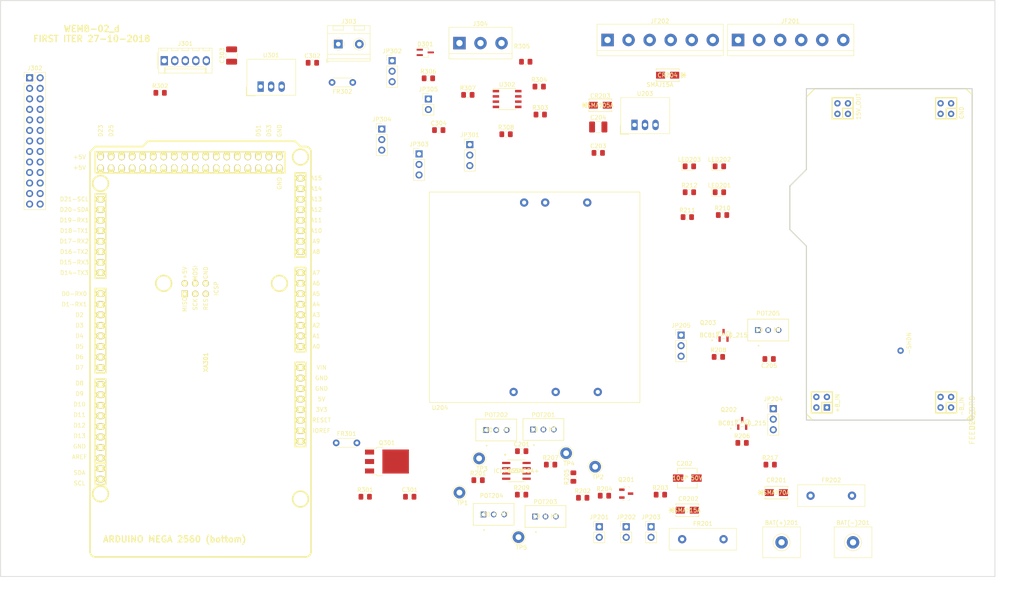
<source format=kicad_pcb>
(kicad_pcb (version 20171130) (host pcbnew "(5.0.0)")
  (title_block (title "WEMB_02D - DISTRIBUTION from SCHEM") (date 2018-11-02) (company "UNPA+L&R ING / R.OLIVA CESE 2018"))
  (layers (0 F.Cu signal) (31 B.Cu signal) (34 B.Paste user) (35 F.Paste user) (36 B.SilkS user) (37 F.SilkS user) (38 B.Mask user) (39 F.Mask user) (44 Edge.Cuts user))
  (net 0 "")
  (net 1 /Power/BAT+)
  (net 2 Earth)
  (net 3 /Power/V+_Q_EMIT)
  (net 4 +15V)
  (net 5 +5F)
  (net 6 +5VP)
  (net 7 GNDS)
  (net 8 "Net-(C301-Pad1)")
  (net 9 "Net-(C303-Pad1)")
  (net 10 "Net-(C304-Pad1)")
  (net 11 /Power/+B_FEED)
  (net 12 /DataComm/A_OUT)
  (net 13 "Net-(D301-Pad2)")
  (net 14 "Net-(FR201-Pad1)")
  (net 15 "Net-(FR301-Pad2)")
  (net 16 "Net-(FR302-Pad1)")
  (net 17 /DataComm/RESET_4D)
  (net 18 /DataComm/TX1_DISP)
  (net 19 /DataComm/RX1_DISP)
  (net 20 "Net-(J302-Pad1)")
  (net 21 "Net-(J302-Pad3)")
  (net 22 "Net-(J302-Pad5)")
  (net 23 "Net-(J302-Pad6)")
  (net 24 "Net-(J302-Pad7)")
  (net 25 "/DataComm/TX_FROM_RBPI(TX0_14)")
  (net 26 /DataComm/RX_TO_RBPI)
  (net 27 "Net-(J302-Pad11)")
  (net 28 "Net-(J302-Pad12)")
  (net 29 "Net-(J302-Pad13)")
  (net 30 "Net-(J302-Pad15)")
  (net 31 "Net-(J302-Pad16)")
  (net 32 "Net-(J302-Pad17)")
  (net 33 "Net-(J302-Pad18)")
  (net 34 "Net-(J302-Pad19)")
  (net 35 "Net-(J302-Pad21)")
  (net 36 /DataComm/D485_RBPI)
  (net 37 "Net-(J302-Pad23)")
  (net 38 "Net-(J302-Pad24)")
  (net 39 "Net-(J302-Pad26)")
  (net 40 "Net-(JP201-Pad2)")
  (net 41 "Net-(JP202-Pad2)")
  (net 42 "Net-(JP204-Pad1)")
  (net 43 "Net-(JP204-Pad2)")
  (net 44 "Net-(JP205-Pad2)")
  (net 45 "Net-(JP205-Pad1)")
  (net 46 /DataComm/TX2_ARD)
  (net 47 "Net-(JP301-Pad2)")
  (net 48 "Net-(JP302-Pad2)")
  (net 49 /DataComm/RX2_ARD)
  (net 50 /DataComm/DIR_485_ARD)
  (net 51 /DataComm/D_485)
  (net 52 "Net-(JP305-Pad1)")
  (net 53 "Net-(LED201-Pad2)")
  (net 54 "Net-(LED202-Pad2)")
  (net 55 "Net-(LED203-Pad2)")
  (net 56 /Power/HYST1_IN)
  (net 57 /Power/SET1_IN)
  (net 58 /Power/HYST2_IN)
  (net 59 /Power/SET2_IN)
  (net 60 "Net-(POT205-Pad2)")
  (net 61 "Net-(Q201-Pad1)")
  (net 62 "Net-(Q202-Pad1)")
  (net 63 "Net-(Q203-Pad1)")
  (net 64 "Net-(Q301-Pad1)")
  (net 65 /Power/OUT1_SIG)
  (net 66 /Power/OUT2_SIG)
  (net 67 "Net-(R302-Pad1)")
  (net 68 "Net-(R304-Pad2)")
  (net 69 /DataComm/B_OUT)
  (net 70 "Net-(XA301-Pad2)")
  (net 71 "Net-(XA301-Pad3)")
  (net 72 "Net-(XA301-Pad4)")
  (net 73 "Net-(XA301-Pad8)")
  (net 74 "Net-(XA301-Pad9)")
  (net 75 "Net-(XA301-Pad10)")
  (net 76 "Net-(XA301-Pad11)")
  (net 77 "Net-(XA301-Pad12)")
  (net 78 "Net-(XA301-Pad15)")
  (net 79 "Net-(XA301-Pad16)")
  (net 80 "Net-(XA301-Pad17)")
  (net 81 "Net-(XA301-Pad18)")
  (net 82 "Net-(XA301-Pad19)")
  (net 83 "Net-(XA301-Pad20)")
  (net 84 "Net-(XA301-Pad21)")
  (net 85 "Net-(XA301-Pad22)")
  (net 86 "Net-(XA301-Pad23)")
  (net 87 "Net-(XA301-Pad24)")
  (net 88 "Net-(XA301-Pad26)")
  (net 89 "Net-(XA301-Pad27)")
  (net 90 "Net-(XA301-Pad28)")
  (net 91 "Net-(XA301-Pad30)")
  (net 92 "Net-(XA301-Pad31)")
  (net 93 "Net-(XA301-Pad32)")
  (net 94 "Net-(XA301-Pad33)")
  (net 95 "Net-(XA301-Pad34)")
  (net 96 "Net-(XA301-Pad35)")
  (net 97 "Net-(XA301-Pad36)")
  (net 98 "Net-(XA301-Pad37)")
  (net 99 "Net-(XA301-Pad38)")
  (net 100 "Net-(XA301-Pad39)")
  (net 101 "Net-(XA301-Pad40)")
  (net 102 "Net-(XA301-Pad41)")
  (net 103 "Net-(XA301-Pad44)")
  (net 104 "Net-(XA301-Pad45)")
  (net 105 "Net-(XA301-Pad46)")
  (net 106 "Net-(XA301-Pad47)")
  (net 107 "Net-(XA301-Pad48)")
  (net 108 "Net-(XA301-Pad49)")
  (net 109 "Net-(XA301-Pad50)")
  (net 110 "Net-(XA301-Pad51)")
  (net 111 "Net-(XA301-Pad52)")
  (net 112 "Net-(XA301-Pad53)")
  (net 113 "Net-(XA301-Pad54)")
  (net 114 "Net-(XA301-Pad55)")
  (net 115 "Net-(XA301-Pad56)")
  (net 116 "Net-(XA301-Pad57)")
  (net 117 "Net-(XA301-Pad58)")
  (net 118 "Net-(XA301-Pad59)")
  (net 119 "Net-(XA301-Pad61)")
  (net 120 "Net-(XA301-Pad62)")
  (net 121 "Net-(XA301-Pad67)")
  (net 122 "Net-(XA301-Pad68)")
  (net 123 "Net-(XA301-Pad69)")
  (net 124 "Net-(XA301-Pad70)")
  (net 125 "Net-(XA301-Pad71)")
  (net 126 "Net-(XA301-Pad72)")
  (net 127 "Net-(XA301-Pad73)")
  (net 128 "Net-(XA301-Pad74)")
  (net 129 "Net-(XA301-Pad75)")
  (net 130 "Net-(XA301-Pad76)")
  (net 131 "Net-(XA301-Pad77)")
  (net 132 "Net-(XA301-Pad78)")
  (net 133 "Net-(XA301-Pad79)")
  (net 134 "Net-(XA301-Pad80)")
  (net 135 "Net-(XA301-Pad81)")
  (net 136 "Net-(XA301-Pad82)")
  (net 137 "Net-(XA301-Pad84)")
  (net 138 "Net-(XA301-Pad85)")
  (net 139 "Net-(XA301-Pad86)")
  (net 140 "Net-(XA301-Pad87)")
  (net 141 "Net-(XA301-Pad88)")
  (net 142 "Net-(XA301-Pad89)")
  (net 143 "Net-(XA301-Pad90)")
  (net 144 "Net-(XA301-Pad91)")
  (net 145 "Net-(XA301-Pad92)")
  (module User:arduino_mega_header (layer F.Cu) (at 78.25 105.75 90)
    (fp_text reference XA301 (at -2.54 1.27 90) (layer F.SilkS) (effects (font (size 1.016 1.016) (thickness 0.2032))))
    (fp_text value Arduino_Mega2560_Shield hide)
    (fp_text user "" (at -1.27 -1.27 90) (layer F.SilkS))
    (fp_text user IOREF (at -19.05 29.21 180) (layer F.SilkS))
    (fp_text user RESET (at -16.51 29.21 180) (layer F.SilkS))
    (fp_text user 3V3 (at -13.97 29.21 180) (layer F.SilkS))
    (fp_text user GND (at -8.89 29.21 180) (layer F.SilkS))
    (fp_text user 5V (at -11.43 29.21 180) (layer F.SilkS))
    (fp_text user GND (at -6.35 29.21 180) (layer F.SilkS))
    (fp_text user VIN (at -3.81 29.21 180) (layer F.SilkS))
    (fp_text user A0 (at 1.27 27.94 180) (layer F.SilkS))
    (fp_text user A1 (at 3.81 27.94 180) (layer F.SilkS))
    (fp_text user A2 (at 6.35 27.94 180) (layer F.SilkS))
    (fp_text user A3 (at 8.89 27.94 180) (layer F.SilkS))
    (fp_text user A4 (at 11.43 27.94 180) (layer F.SilkS))
    (fp_text user A5 (at 13.97 27.94 180) (layer F.SilkS))
    (fp_text user A6 (at 16.51 27.94 180) (layer F.SilkS))
    (fp_text user A7 (at 19.05 27.94 180) (layer F.SilkS))
    (fp_text user A8 (at 24.13 27.94 180) (layer F.SilkS))
    (fp_text user A9 (at 26.67 27.94 180) (layer F.SilkS))
    (fp_text user A10 (at 29.21 27.94 180) (layer F.SilkS))
    (fp_text user A11 (at 31.75 27.94 180) (layer F.SilkS))
    (fp_text user A12 (at 34.29 27.94 180) (layer F.SilkS))
    (fp_text user A13 (at 36.83 27.94 180) (layer F.SilkS))
    (fp_text user A14 (at 39.37 27.94 180) (layer F.SilkS))
    (fp_text user A15 (at 41.91 27.94 180) (layer F.SilkS))
    (fp_text user SCL (at -31.75 -29.21 180) (layer F.SilkS))
    (fp_text user SDA (at -29.21 -29.21 180) (layer F.SilkS))
    (fp_text user AREF (at -25.4 -29.21 180) (layer F.SilkS))
    (fp_text user GND (at -22.86 -29.21 180) (layer F.SilkS))
    (fp_text user D13 (at -20.32 -29.21 180) (layer F.SilkS))
    (fp_text user D12 (at -17.78 -29.21 180) (layer F.SilkS))
    (fp_text user D11 (at -15.24 -29.21 180) (layer F.SilkS))
    (fp_text user D10 (at -12.7 -29.21 180) (layer F.SilkS))
    (fp_text user D9 (at -10.16 -29.21 180) (layer F.SilkS))
    (fp_text user D8 (at -7.62 -29.21 180) (layer F.SilkS))
    (fp_text user D7 (at -3.81 -29.21 180) (layer F.SilkS))
    (fp_text user D6 (at -1.27 -29.21 180) (layer F.SilkS))
    (fp_text user D5 (at 1.27 -29.21 180) (layer F.SilkS))
    (fp_text user D4 (at 3.81 -29.21 180) (layer F.SilkS))
    (fp_text user D3 (at 6.35 -29.21 180) (layer F.SilkS))
    (fp_text user D2 (at 8.89 -29.21 180) (layer F.SilkS))
    (fp_text user D1-RX1 (at 11.43 -30.48 180) (layer F.SilkS))
    (fp_text user D0-RX0 (at 13.97 -30.48 180) (layer F.SilkS))
    (fp_text user D14-TX3 (at 19.05 -30.48 180) (layer F.SilkS))
    (fp_text user D15-RX3 (at 21.59 -30.48 180) (layer F.SilkS))
    (fp_text user D16-TX2 (at 24.13 -30.48 180) (layer F.SilkS))
    (fp_text user D17-RX2 (at 26.67 -30.48 180) (layer F.SilkS))
    (fp_text user D18-TX1 (at 29.21 -30.48 180) (layer F.SilkS))
    (fp_text user D19-RX1 (at 31.75 -30.48 180) (layer F.SilkS))
    (fp_text user D20-SDA (at 34.29 -30.48 180) (layer F.SilkS))
    (fp_text user D21-SCL (at 36.83 -30.48 180) (layer F.SilkS))
    (fp_text user +5V (at 44.45 -29.21 180) (layer F.SilkS))
    (fp_text user +5V (at 46.99 -29.21 180) (layer F.SilkS))
    (fp_text user D23 (at 53.34 -24.13 270) (layer F.SilkS))
    (fp_text user D25 (at 53.34 -21.59 270) (layer F.SilkS))
    (fp_text user D51 (at 53.34 13.97 270) (layer F.SilkS))
    (fp_text user D53 (at 53.34 16.51 270) (layer F.SilkS))
    (fp_text user GND (at 53.34 19.05 270) (layer F.SilkS))
    (fp_text user GND (at 40.64 19.05 270) (layer F.SilkS))
    (fp_text user +5V (at 19.05 -3.81 270) (layer F.SilkS))
    (fp_text user GND (at 19.05 1.27 270) (layer F.SilkS))
    (fp_text user MISO (at 11.43 -3.81 270) (layer F.SilkS))
    (fp_text user SCK (at 11.43 -1.27 270) (layer F.SilkS))
    (fp_text user RES (at 11.43 1.27 270) (layer F.SilkS))
    (fp_text user MOSI (at 19.05 -1.27 270) (layer F.SilkS))
    (fp_text user ICSP (at 15.24 3.81 270) (layer F.SilkS))
    (pad 1 thru_hole oval (at -21.59 24.13 90) (size 1.524 2.19964) (drill 1.00076) (layers *.Cu *.Mask F.SilkS))
    (pad 2 thru_hole oval (at -19.05 24.13 90) (size 1.524 2.19964) (drill 1.00076) (layers *.Cu *.Mask F.SilkS) (net 70 "Net-(XA301-Pad2)"))
    (pad 3 thru_hole oval (at -16.51 24.13 90) (size 1.524 2.19964) (drill 1.00076) (layers *.Cu *.Mask F.SilkS) (net 71 "Net-(XA301-Pad3)"))
    (pad 4 thru_hole oval (at -13.97 24.13 90) (size 1.524 2.19964) (drill 1.00076) (layers *.Cu *.Mask F.SilkS) (net 72 "Net-(XA301-Pad4)"))
    (pad 5 thru_hole oval (at -11.43 24.13 90) (size 1.524 2.19964) (drill 1.00076) (layers *.Cu *.Mask F.SilkS) (net 8 "Net-(C301-Pad1)"))
    (pad 6 thru_hole oval (at -8.89 24.13 90) (size 1.524 2.19964) (drill 1.00076) (layers *.Cu *.Mask F.SilkS) (net 7 GNDS))
    (pad 7 thru_hole oval (at -6.35 24.13 90) (size 1.524 2.19964) (drill 1.00076) (layers *.Cu *.Mask F.SilkS) (net 7 GNDS))
    (pad 8 thru_hole oval (at -3.81 24.13 90) (size 1.524 2.19964) (drill 1.00076) (layers *.Cu *.Mask F.SilkS) (net 73 "Net-(XA301-Pad8)"))
    (pad 9 thru_hole oval (at 1.27 24.13 90) (size 1.524 2.19964) (drill 1.00076) (layers *.Cu *.Mask F.SilkS) (net 74 "Net-(XA301-Pad9)"))
    (pad 10 thru_hole oval (at 3.81 24.13 90) (size 1.524 2.19964) (drill 1.00076) (layers *.Cu *.Mask F.SilkS) (net 75 "Net-(XA301-Pad10)"))
    (pad 11 thru_hole oval (at 6.35 24.13 90) (size 1.524 2.19964) (drill 1.00076) (layers *.Cu *.Mask F.SilkS) (net 76 "Net-(XA301-Pad11)"))
    (pad 12 thru_hole oval (at 8.89 24.13 90) (size 1.524 2.19964) (drill 1.00076) (layers *.Cu *.Mask F.SilkS) (net 77 "Net-(XA301-Pad12)"))
    (pad 13 thru_hole oval (at 11.43 24.13 90) (size 1.524 2.19964) (drill 1.00076) (layers *.Cu *.Mask F.SilkS) (net 50 /DataComm/DIR_485_ARD))
    (pad 14 thru_hole oval (at 13.97 24.13 90) (size 1.524 2.19964) (drill 1.00076) (layers *.Cu *.Mask F.SilkS) (net 67 "Net-(R302-Pad1)"))
    (pad 15 thru_hole oval (at 16.51 24.13 90) (size 1.524 2.19964) (drill 1.00076) (layers *.Cu *.Mask F.SilkS) (net 78 "Net-(XA301-Pad15)"))
    (pad 16 thru_hole oval (at 19.05 24.13 90) (size 1.524 2.19964) (drill 1.00076) (layers *.Cu *.Mask F.SilkS) (net 79 "Net-(XA301-Pad16)"))
    (pad 17 thru_hole oval (at 24.13 24.13 90) (size 1.524 2.19964) (drill 1.00076) (layers *.Cu *.Mask F.SilkS) (net 80 "Net-(XA301-Pad17)"))
    (pad 18 thru_hole oval (at 26.67 24.13 90) (size 1.524 2.19964) (drill 1.00076) (layers *.Cu *.Mask F.SilkS) (net 81 "Net-(XA301-Pad18)"))
    (pad 19 thru_hole oval (at 29.21 24.13 90) (size 1.524 2.19964) (drill 1.00076) (layers *.Cu *.Mask F.SilkS) (net 82 "Net-(XA301-Pad19)"))
    (pad 20 thru_hole oval (at 31.75 24.13 90) (size 1.524 2.1971) (drill 1.00076) (layers *.Cu *.Mask F.SilkS) (net 83 "Net-(XA301-Pad20)"))
    (pad 21 thru_hole oval (at 34.29 24.13 90) (size 1.524 2.1971) (drill 1.00076) (layers *.Cu *.Mask F.SilkS) (net 84 "Net-(XA301-Pad21)"))
    (pad 22 thru_hole oval (at 36.83 24.13 90) (size 1.524 2.1971) (drill 1.00076) (layers *.Cu *.Mask F.SilkS) (net 85 "Net-(XA301-Pad22)"))
    (pad 23 thru_hole oval (at 39.37 24.13 90) (size 1.524 2.1971) (drill 1.00076) (layers *.Cu *.Mask F.SilkS) (net 86 "Net-(XA301-Pad23)"))
    (pad 24 thru_hole oval (at 41.91 24.13 90) (size 1.524 2.1971) (drill 1.00076) (layers *.Cu *.Mask F.SilkS) (net 87 "Net-(XA301-Pad24)"))
    (pad "" np_thru_hole circle (at -35.56 24.13 90) (size 3.19786 3.19786) (drill 3.19786) (layers *.Cu *.Mask F.SilkS))
    (pad "" np_thru_hole circle (at 16.51 19.05 90) (size 3.19786 3.19786) (drill 3.19786) (layers *.Cu *.Mask F.SilkS))
    (pad "" np_thru_hole circle (at 46.99 24.13 90) (size 3.19786 3.19786) (drill 3.19786) (layers *.Cu *.Mask F.SilkS))
    (pad 25 thru_hole oval (at 44.45 19.05 90) (size 1.99898 1.53924) (drill 1.00076 (offset -0.24892 0)) (layers *.Cu *.Mask F.SilkS) (net 7 GNDS))
    (pad 26 thru_hole oval (at 44.45 16.51 90) (size 1.99898 1.53924) (drill 1.00076 (offset -0.24892 0)) (layers *.Cu *.Mask F.SilkS) (net 88 "Net-(XA301-Pad26)"))
    (pad 27 thru_hole oval (at 44.45 13.97 90) (size 1.99898 1.53924) (drill 1.00076 (offset -0.24892 0)) (layers *.Cu *.Mask F.SilkS) (net 89 "Net-(XA301-Pad27)"))
    (pad 28 thru_hole oval (at 44.45 11.43 90) (size 1.99898 1.53924) (drill 1.00076 (offset -0.24892 0)) (layers *.Cu *.Mask F.SilkS) (net 90 "Net-(XA301-Pad28)"))
    (pad 29 thru_hole oval (at 44.45 8.89 90) (size 1.99898 1.53924) (drill 1.00076 (offset -0.24892 0)) (layers *.Cu *.Mask F.SilkS))
    (pad 30 thru_hole oval (at 44.45 6.35 90) (size 1.99898 1.53924) (drill 1.00076 (offset -0.24892 0)) (layers *.Cu *.Mask F.SilkS) (net 91 "Net-(XA301-Pad30)"))
    (pad 31 thru_hole oval (at 44.45 3.81 90) (size 1.99898 1.53924) (drill 1.00076 (offset -0.24892 0)) (layers *.Cu *.Mask F.SilkS) (net 92 "Net-(XA301-Pad31)"))
    (pad 32 thru_hole oval (at 44.45 1.27 90) (size 1.99898 1.53924) (drill 1.00076 (offset -0.24892 0)) (layers *.Cu *.Mask F.SilkS) (net 93 "Net-(XA301-Pad32)"))
    (pad 33 thru_hole oval (at 44.45 -1.27 90) (size 1.99898 1.53924) (drill 1.00076 (offset -0.24892 0)) (layers *.Cu *.Mask F.SilkS) (net 94 "Net-(XA301-Pad33)"))
    (pad 34 thru_hole oval (at 44.45 -3.81 90) (size 1.99898 1.53924) (drill 1.00076 (offset -0.24892 0)) (layers *.Cu *.Mask F.SilkS) (net 95 "Net-(XA301-Pad34)"))
    (pad 35 thru_hole oval (at 44.45 -6.35 90) (size 1.99898 1.53924) (drill 1.00076 (offset -0.24892 0)) (layers *.Cu *.Mask F.SilkS) (net 96 "Net-(XA301-Pad35)"))
    (pad 36 thru_hole oval (at 44.45 -8.89 90) (size 1.99898 1.53924) (drill 1.00076 (offset -0.24892 0)) (layers *.Cu *.Mask F.SilkS) (net 97 "Net-(XA301-Pad36)"))
    (pad 37 thru_hole oval (at 44.45 -11.43 90) (size 1.99898 1.53924) (drill 1.00076 (offset -0.24892 0)) (layers *.Cu *.Mask F.SilkS) (net 98 "Net-(XA301-Pad37)"))
    (pad 38 thru_hole oval (at 44.45 -13.97 90) (size 1.99898 1.53924) (drill 1.00076 (offset -0.24892 0)) (layers *.Cu *.Mask F.SilkS) (net 99 "Net-(XA301-Pad38)"))
    (pad 39 thru_hole oval (at 44.45 -16.51 90) (size 1.99898 1.53924) (drill 1.00076 (offset -0.24892 0)) (layers *.Cu *.Mask F.SilkS) (net 100 "Net-(XA301-Pad39)"))
    (pad 40 thru_hole oval (at 44.45 -19.05 90) (size 1.99898 1.53924) (drill 1.00076 (offset -0.24892 0)) (layers *.Cu *.Mask F.SilkS) (net 101 "Net-(XA301-Pad40)"))
    (pad 41 thru_hole oval (at 44.45 -21.59 90) (size 1.99898 1.53924) (drill 1.00076 (offset -0.24892 0)) (layers *.Cu *.Mask F.SilkS) (net 102 "Net-(XA301-Pad41)"))
    (pad 42 thru_hole oval (at 44.45 -24.13 90) (size 1.99898 1.53924) (drill 1.00076 (offset -0.24892 0)) (layers *.Cu *.Mask F.SilkS) (net 8 "Net-(C301-Pad1)"))
    (pad 43 thru_hole oval (at 46.99 19.05 90) (size 1.99898 1.5367) (drill 1.00076 (offset 0.24638 0)) (layers *.Cu *.Mask F.SilkS) (net 7 GNDS))
    (pad 44 thru_hole oval (at 46.99 16.51 90) (size 1.99898 1.5367) (drill 1.00076 (offset 0.24638 0)) (layers *.Cu *.Mask F.SilkS) (net 103 "Net-(XA301-Pad44)"))
    (pad 45 thru_hole oval (at 46.99 13.97 90) (size 1.99898 1.5367) (drill 1.00076 (offset 0.24638 0)) (layers *.Cu *.Mask F.SilkS) (net 104 "Net-(XA301-Pad45)"))
    (pad 46 thru_hole oval (at 46.99 11.43 90) (size 1.99898 1.5367) (drill 1.00076 (offset 0.24638 0)) (layers *.Cu *.Mask F.SilkS) (net 105 "Net-(XA301-Pad46)"))
    (pad 47 thru_hole oval (at 46.99 8.89 90) (size 1.99898 1.5367) (drill 1.00076 (offset 0.24638 0)) (layers *.Cu *.Mask F.SilkS) (net 106 "Net-(XA301-Pad47)"))
    (pad 48 thru_hole oval (at 46.99 6.35 90) (size 1.99898 1.5367) (drill 1.00076 (offset 0.24638 0)) (layers *.Cu *.Mask F.SilkS) (net 107 "Net-(XA301-Pad48)"))
    (pad 49 thru_hole oval (at 46.99 3.81 90) (size 1.99898 1.5367) (drill 1.00076 (offset 0.24638 0)) (layers *.Cu *.Mask F.SilkS) (net 108 "Net-(XA301-Pad49)"))
    (pad 50 thru_hole oval (at 46.99 1.27 90) (size 1.99898 1.5367) (drill 1.00076 (offset 0.24638 0)) (layers *.Cu *.Mask F.SilkS) (net 109 "Net-(XA301-Pad50)"))
    (pad 51 thru_hole oval (at 46.99 -1.27 90) (size 1.99898 1.5367) (drill 1.00076 (offset 0.24638 0)) (layers *.Cu *.Mask F.SilkS) (net 110 "Net-(XA301-Pad51)"))
    (pad 52 thru_hole oval (at 46.99 -3.81 90) (size 1.99898 1.5367) (drill 1.00076 (offset 0.24638 0)) (layers *.Cu *.Mask F.SilkS) (net 111 "Net-(XA301-Pad52)"))
    (pad 53 thru_hole oval (at 46.99 -6.35 90) (size 1.99898 1.5367) (drill 1.00076 (offset 0.24638 0)) (layers *.Cu *.Mask F.SilkS) (net 112 "Net-(XA301-Pad53)"))
    (pad 54 thru_hole oval (at 46.99 -8.89 90) (size 1.99898 1.5367) (drill 1.00076 (offset 0.24638 0)) (layers *.Cu *.Mask F.SilkS) (net 113 "Net-(XA301-Pad54)"))
    (pad 55 thru_hole oval (at 46.99 -11.43 90) (size 1.99898 1.5367) (drill 1.00076 (offset 0.24638 0)) (layers *.Cu *.Mask F.SilkS) (net 114 "Net-(XA301-Pad55)"))
    (pad 56 thru_hole oval (at 46.99 -13.97 90) (size 1.99898 1.5367) (drill 1.00076 (offset 0.24638 0)) (layers *.Cu *.Mask F.SilkS) (net 115 "Net-(XA301-Pad56)"))
    (pad 57 thru_hole oval (at 46.99 -16.51 90) (size 1.99898 1.5367) (drill 1.00076 (offset 0.24638 0)) (layers *.Cu *.Mask F.SilkS) (net 116 "Net-(XA301-Pad57)"))
    (pad 58 thru_hole oval (at 46.99 -19.05 90) (size 1.99898 1.5367) (drill 1.00076 (offset 0.24638 0)) (layers *.Cu *.Mask F.SilkS) (net 117 "Net-(XA301-Pad58)"))
    (pad 59 thru_hole oval (at 46.99 -21.59 90) (size 1.99898 1.5367) (drill 1.00076 (offset 0.24638 0)) (layers *.Cu *.Mask F.SilkS) (net 118 "Net-(XA301-Pad59)"))
    (pad 60 thru_hole oval (at 46.99 -24.13 90) (size 1.99898 1.5367) (drill 1.00076 (offset 0.24638 0)) (layers *.Cu *.Mask F.SilkS) (net 8 "Net-(C301-Pad1)"))
    (pad 61 thru_hole oval (at 36.83 -24.13 90) (size 1.524 2.1971) (drill 1.00076) (layers *.Cu *.Mask F.SilkS) (net 119 "Net-(XA301-Pad61)"))
    (pad 62 thru_hole oval (at 34.29 -24.13 90) (size 1.524 2.1971) (drill 1.00076) (layers *.Cu *.Mask F.SilkS) (net 120 "Net-(XA301-Pad62)"))
    (pad 63 thru_hole oval (at 31.75 -24.13 90) (size 1.524 2.1971) (drill 1.00076) (layers *.Cu *.Mask F.SilkS) (net 19 /DataComm/RX1_DISP))
    (pad 64 thru_hole oval (at 29.21 -24.13 90) (size 1.524 2.1971) (drill 1.00076) (layers *.Cu *.Mask F.SilkS) (net 18 /DataComm/TX1_DISP))
    (pad 65 thru_hole oval (at 26.67 -24.13 90) (size 1.524 2.1971) (drill 1.00076) (layers *.Cu *.Mask F.SilkS) (net 49 /DataComm/RX2_ARD))
    (pad 66 thru_hole oval (at 24.13 -24.13 90) (size 1.524 2.1971) (drill 1.00076) (layers *.Cu *.Mask F.SilkS) (net 46 /DataComm/TX2_ARD))
    (pad 67 thru_hole oval (at 21.59 -24.13 90) (size 1.524 2.1971) (drill 1.00076) (layers *.Cu *.Mask F.SilkS) (net 121 "Net-(XA301-Pad67)"))
    (pad 68 thru_hole oval (at 19.05 -24.13 90) (size 1.524 2.1971) (drill 1.00076) (layers *.Cu *.Mask F.SilkS) (net 122 "Net-(XA301-Pad68)"))
    (pad 69 thru_hole oval (at 13.97 -24.13 90) (size 1.524 2.1971) (drill 1.00076) (layers *.Cu *.Mask F.SilkS) (net 123 "Net-(XA301-Pad69)"))
    (pad 70 thru_hole oval (at 11.43 -24.13 90) (size 1.524 2.1971) (drill 1.00076) (layers *.Cu *.Mask F.SilkS) (net 124 "Net-(XA301-Pad70)"))
    (pad 71 thru_hole oval (at 8.89 -24.13 90) (size 1.524 2.1971) (drill 1.00076) (layers *.Cu *.Mask F.SilkS) (net 125 "Net-(XA301-Pad71)"))
    (pad 72 thru_hole oval (at 6.35 -24.13 90) (size 1.524 2.1971) (drill 1.00076) (layers *.Cu *.Mask F.SilkS) (net 126 "Net-(XA301-Pad72)"))
    (pad 73 thru_hole oval (at 3.81 -24.13 90) (size 1.524 2.1971) (drill 1.00076) (layers *.Cu *.Mask F.SilkS) (net 127 "Net-(XA301-Pad73)"))
    (pad 74 thru_hole oval (at 1.27 -24.13 90) (size 1.524 2.1971) (drill 1.00076) (layers *.Cu *.Mask F.SilkS) (net 128 "Net-(XA301-Pad74)"))
    (pad 75 thru_hole oval (at -1.27 -24.13 90) (size 1.524 2.1971) (drill 1.00076) (layers *.Cu *.Mask F.SilkS) (net 129 "Net-(XA301-Pad75)"))
    (pad 76 thru_hole oval (at -3.81 -24.13 90) (size 1.524 2.1971) (drill 1.00076) (layers *.Cu *.Mask F.SilkS) (net 130 "Net-(XA301-Pad76)"))
    (pad 77 thru_hole oval (at -7.874 -24.13 90) (size 1.524 2.1971) (drill 1.00076) (layers *.Cu *.Mask F.SilkS) (net 131 "Net-(XA301-Pad77)"))
    (pad 78 thru_hole oval (at -10.414 -24.13 90) (size 1.524 2.1971) (drill 1.00076) (layers *.Cu *.Mask F.SilkS) (net 132 "Net-(XA301-Pad78)"))
    (pad 79 thru_hole oval (at -12.954 -24.13 90) (size 1.524 2.1971) (drill 1.00076) (layers *.Cu *.Mask F.SilkS) (net 133 "Net-(XA301-Pad79)"))
    (pad 80 thru_hole oval (at -15.494 -24.13 90) (size 1.524 2.1971) (drill 1.00076) (layers *.Cu *.Mask F.SilkS) (net 134 "Net-(XA301-Pad80)"))
    (pad 81 thru_hole oval (at -18.034 -24.13 90) (size 1.524 2.1971) (drill 1.00076) (layers *.Cu *.Mask F.SilkS) (net 135 "Net-(XA301-Pad81)"))
    (pad 82 thru_hole oval (at -20.574 -24.13 90) (size 1.524 2.1971) (drill 1.00076) (layers *.Cu *.Mask F.SilkS) (net 136 "Net-(XA301-Pad82)"))
    (pad 83 thru_hole oval (at -23.114 -24.13 90) (size 1.524 2.1971) (drill 1.00076) (layers *.Cu *.Mask F.SilkS) (net 7 GNDS))
    (pad 84 thru_hole oval (at -25.654 -24.13 90) (size 1.524 2.1971) (drill 1.00076) (layers *.Cu *.Mask F.SilkS) (net 137 "Net-(XA301-Pad84)"))
    (pad "" np_thru_hole circle (at 40.64 -24.13 90) (size 3.19786 3.19786) (drill 3.19786) (layers *.Cu *.Mask F.SilkS))
    (pad "" np_thru_hole circle (at -34.29 -24.13 90) (size 3.19786 3.19786) (drill 3.19786) (layers *.Cu *.Mask F.SilkS))
    (pad 85 thru_hole oval (at -28.194 -24.13 90) (size 1.524 2.1971) (drill 1.00076) (layers *.Cu *.Mask F.SilkS) (net 138 "Net-(XA301-Pad85)"))
    (pad 86 thru_hole oval (at -30.734 -24.13 90) (size 1.524 2.1971) (drill 1.00076) (layers *.Cu *.Mask F.SilkS) (net 139 "Net-(XA301-Pad86)"))
    (pad "" np_thru_hole circle (at 16.51 -8.89 90) (size 3.19786 3.19786) (drill 3.19786) (layers *.Cu *.Mask F.SilkS))
    (pad 87 thru_hole rect (at 13.97 -3.81 90) (size 1.524 1.524) (drill 0.762) (layers *.Cu *.Mask F.SilkS) (net 140 "Net-(XA301-Pad87)"))
    (pad 88 thru_hole circle (at 16.51 -3.81 90) (size 1.524 1.524) (drill 0.762) (layers *.Cu *.Mask F.SilkS) (net 141 "Net-(XA301-Pad88)"))
    (pad 89 thru_hole circle (at 13.97 -1.27 90) (size 1.524 1.524) (drill 0.762) (layers *.Cu *.Mask F.SilkS) (net 142 "Net-(XA301-Pad89)"))
    (pad 90 thru_hole circle (at 16.51 -1.27 90) (size 1.524 1.524) (drill 0.762) (layers *.Cu *.Mask F.SilkS) (net 143 "Net-(XA301-Pad90)"))
    (pad 91 thru_hole circle (at 13.97 1.27 90) (size 1.524 1.524) (drill 0.762) (layers *.Cu *.Mask F.SilkS) (net 144 "Net-(XA301-Pad91)"))
    (pad 92 thru_hole circle (at 16.51 1.27 90) (size 1.524 1.524) (drill 0.762) (layers *.Cu *.Mask F.SilkS) (net 145 "Net-(XA301-Pad92)"))
  )
  (module Mainboard_footprints:Global_feeder (layer F.Cu) (at 264.5 122.25 90)
    (fp_text reference U202 (at 0 0 90) (layer F.SilkS) (effects (font (size 1.27 1.27))))
    (fp_text value FEEDER_BRD (at 0 0 90) (layer F.SilkS) (effects (font (size 1.27 1.27))))
    (fp_line (start 0 0) (end 0 -40) (layer Edge.Cuts) (width 0.254))
    (fp_line (start 80 0) (end 80 -40) (layer Edge.Cuts) (width 0.254))
    (fp_line (start 0 0) (end 80 0) (layer Edge.Cuts) (width 0.254))
    (fp_line (start 0 -40) (end 42 -40) (layer Edge.Cuts) (width 0.254))
    (fp_line (start 42 -40) (end 46 -44) (layer Edge.Cuts) (width 0.254))
    (fp_line (start 46 -44) (end 56.5 -44) (layer Edge.Cuts) (width 0.254))
    (fp_line (start 56.5 -44) (end 60.5 -40) (layer Edge.Cuts) (width 0.254))
    (fp_line (start 60.5 -40) (end 80 -40) (layer Edge.Cuts) (width 0.254))
    (fp_text user -B_IN (at 3.302 -2.54 90) (layer F.SilkS))
    (fp_text user +B_IN (at 4.064 -32.512 90) (layer F.SilkS))
    (fp_text user -SHDN (at 18.542 -15.24 90) (layer F.SilkS))
    (fp_text user GND (at 74.168 -2.54 90) (layer F.SilkS))
    (fp_text user 15V_OUT (at 75.692 -27.432 90) (layer F.SilkS))
    (pad 1 thru_hole trapezoid (at 3.048 -35.052 90) (size 1.524 1.524) (drill 0.762) (layers *.Cu *.Mask) (net 11 /Power/+B_FEED))
    (pad 2 thru_hole circle (at 3.048 -5.08 90) (size 1.524 1.524) (drill 0.762) (layers *.Cu *.Mask) (net 2 Earth))
    (pad 3 thru_hole circle (at 16.764 -17.272 90) (size 1.524 1.524) (drill 0.762) (layers *.Cu *.Mask) (net 43 "Net-(JP204-Pad2)"))
    (pad 4 thru_hole circle (at 73.914 -29.972 90) (size 1.524 1.524) (drill 0.762) (layers *.Cu *.Mask) (net 4 +15V))
    (pad 5 thru_hole circle (at 73.914 -5.08 90) (size 1.524 1.524) (drill 0.762) (layers *.Cu *.Mask) (net 2 Earth))
    (pad 6 thru_hole circle (at 3.048 -37.592 90) (size 1.524 1.524) (drill 0.762) (layers *.Cu *.Mask))
    (pad 7 thru_hole circle (at 5.588 -37.592 90) (size 1.524 1.524) (drill 0.762) (layers *.Cu *.Mask))
    (pad 8 thru_hole circle (at 5.588 -35.052 90) (size 1.524 1.524) (drill 0.762) (layers *.Cu *.Mask))
    (pad 9 thru_hole circle (at 3.048 -7.62 90) (size 1.524 1.524) (drill 0.762) (layers *.Cu *.Mask))
    (pad 10 thru_hole circle (at 5.588 -7.62 90) (size 1.524 1.524) (drill 0.762) (layers *.Cu *.Mask))
    (pad 11 thru_hole circle (at 5.588 -5.08 90) (size 1.524 1.524) (drill 0.762) (layers *.Cu *.Mask))
    (pad 12 thru_hole circle (at 73.914 -7.62 90) (size 1.524 1.524) (drill 0.762) (layers *.Cu *.Mask))
    (pad 13 thru_hole circle (at 76.454 -7.62 90) (size 1.524 1.524) (drill 0.762) (layers *.Cu *.Mask))
    (pad 14 thru_hole circle (at 76.454 -5.08 90) (size 1.524 1.524) (drill 0.762) (layers *.Cu *.Mask))
    (pad 15 thru_hole circle (at 73.914 -32.512 90) (size 1.524 1.524) (drill 0.762) (layers *.Cu *.Mask))
    (pad 16 thru_hole circle (at 76.454 -32.512 90) (size 1.524 1.524) (drill 0.762) (layers *.Cu *.Mask))
    (pad 17 thru_hole circle (at 76.454 -29.972 90) (size 1.524 1.524) (drill 0.762) (layers *.Cu *.Mask))
  )
  (module TerminalBlock_MetzConnect:TerminalBlock_MetzConnect_360271_1x01_Horizontal_ScrewM3.0_Boxed (layer F.Cu) (at 218.5 151.75)
    (fp_text reference "BAT(+)201" (at 0 -4.71) (layer F.SilkS))
    (fp_text value SCREW_TERM8191)
    (pad 1 thru_hole circle (at 0 0) (size 3 3) (drill 1.5) (layers *.Cu *.Mask) (net 1 /Power/BAT+))
  )
  (module TerminalBlock_MetzConnect:TerminalBlock_MetzConnect_360271_1x01_Horizontal_ScrewM3.0_Boxed (layer F.Cu) (at 235.75 151.75)
    (fp_text reference "BAT(-)201" (at 0 -4.71) (layer F.SilkS))
    (fp_text value SCREW_TERM8191)
    (pad 1 thru_hole circle (at 0 0) (size 3 3) (drill 1.5) (layers *.Cu *.Mask) (net 2 Earth))
  )
  (module Capacitor_SMD:C_0805_2012Metric_Pad1.15x1.40mm_HandSolder (layer F.Cu) (at 155.775 129.75)
    (fp_text reference C201 (at 0 -1.65) (layer F.SilkS))
    (fp_text value "0.1uF 50V")
    (pad 1 smd roundrect (at -1.025 0) (size 1.15 1.4) (layers F.Cu F.Paste F.Mask) (roundrect_rratio 0.217391) (net 3 /Power/V+_Q_EMIT))
    (pad 2 smd roundrect (at 1.025 0) (size 1.15 1.4) (layers F.Cu F.Paste F.Mask) (roundrect_rratio 0.217391) (net 2 Earth))
  )
  (module Cp1footprints:EEE-1EA100WR (layer F.Cu) (at 195.75 136.25)
    (fp_text reference C202 (at -0.697301 -3.5) (layer F.SilkS))
    (fp_text value "10uF 50V" (at 0 0) (layer F.SilkS))
    (fp_text user * (at 0 0) (layer F.SilkS))
    (pad 1 smd rect (at -2.2098 0) (size 2.5146 1.778) (layers F.Cu F.Paste F.Mask) (net 3 /Power/V+_Q_EMIT))
    (pad 2 smd rect (at 2.2098 0) (size 2.5146 1.778) (layers F.Cu F.Paste F.Mask) (net 2 Earth))
  )
  (module Capacitor_SMD:C_0805_2012Metric_Pad1.15x1.40mm_HandSolder (layer F.Cu) (at 174.25 57.75)
    (fp_text reference C203 (at 0 -1.65) (layer F.SilkS))
    (fp_text value "0.1uF 50V MLCC")
    (pad 1 smd roundrect (at -1.025 0) (size 1.15 1.4) (layers F.Cu F.Paste F.Mask) (roundrect_rratio 0.217391) (net 4 +15V))
    (pad 2 smd roundrect (at 1.025 0) (size 1.15 1.4) (layers F.Cu F.Paste F.Mask) (roundrect_rratio 0.217391) (net 2 Earth))
  )
  (module Capacitor_SMD:C_1210_3225Metric_Pad1.42x2.65mm_HandSolder (layer F.Cu) (at 174.25 51.5)
    (fp_text reference C204 (at 0 -2.28) (layer F.SilkS))
    (fp_text value "10uF 50V MLCC")
    (pad 2 smd roundrect (at 1.4875 0) (size 1.425 2.65) (layers F.Cu F.Paste F.Mask) (roundrect_rratio 0.175439) (net 2 Earth))
    (pad 1 smd roundrect (at -1.4875 0) (size 1.425 2.65) (layers F.Cu F.Paste F.Mask) (roundrect_rratio 0.175439) (net 5 +5F))
  )
  (module Capacitor_SMD:C_0805_2012Metric_Pad1.15x1.40mm_HandSolder (layer F.Cu) (at 215.5 107.5 180)
    (fp_text reference C205 (at 0 -1.65 180) (layer F.SilkS))
    (fp_text value "0.1uF 50V")
    (pad 2 smd roundrect (at 1.025 0 180) (size 1.15 1.4) (layers F.Cu F.Paste F.Mask) (roundrect_rratio 0.217391) (net 6 +5VP))
    (pad 1 smd roundrect (at -1.025 0 180) (size 1.15 1.4) (layers F.Cu F.Paste F.Mask) (roundrect_rratio 0.217391) (net 7 GNDS))
  )
  (module Capacitor_SMD:C_0805_2012Metric_Pad1.15x1.40mm_HandSolder (layer F.Cu) (at 128.75 140.75)
    (fp_text reference C301 (at 0 -1.65) (layer F.SilkS))
    (fp_text value "0.1uF 50V")
    (pad 2 smd roundrect (at 1.025 0) (size 1.15 1.4) (layers F.Cu F.Paste F.Mask) (roundrect_rratio 0.217391) (net 7 GNDS))
    (pad 1 smd roundrect (at -1.025 0) (size 1.15 1.4) (layers F.Cu F.Paste F.Mask) (roundrect_rratio 0.217391) (net 8 "Net-(C301-Pad1)"))
  )
  (module Capacitor_SMD:C_0805_2012Metric_Pad1.15x1.40mm_HandSolder (layer F.Cu) (at 105.25 36)
    (fp_text reference C302 (at 0 -1.65) (layer F.SilkS))
    (fp_text value "0.1uF 50V MLCC")
    (pad 1 smd roundrect (at -1.025 0) (size 1.15 1.4) (layers F.Cu F.Paste F.Mask) (roundrect_rratio 0.217391) (net 6 +5VP))
    (pad 2 smd roundrect (at 1.025 0) (size 1.15 1.4) (layers F.Cu F.Paste F.Mask) (roundrect_rratio 0.217391) (net 7 GNDS))
  )
  (module Capacitor_SMD:C_1210_3225Metric_Pad1.42x2.65mm_HandSolder (layer F.Cu) (at 85.75 34.25 90)
    (fp_text reference C303 (at 0 -2.28 90) (layer F.SilkS))
    (fp_text value "10uF 50V MLCC")
    (pad 1 smd roundrect (at -1.4875 0 90) (size 1.425 2.65) (layers F.Cu F.Paste F.Mask) (roundrect_rratio 0.175439) (net 9 "Net-(C303-Pad1)"))
    (pad 2 smd roundrect (at 1.4875 0 90) (size 1.425 2.65) (layers F.Cu F.Paste F.Mask) (roundrect_rratio 0.175439) (net 7 GNDS))
  )
  (module Capacitor_SMD:C_0805_2012Metric_Pad1.15x1.40mm_HandSolder (layer F.Cu) (at 135.75 52.25)
    (fp_text reference C304 (at 0 -1.65) (layer F.SilkS))
    (fp_text value "0.1uF 50V")
    (pad 2 smd roundrect (at 1.025 0) (size 1.15 1.4) (layers F.Cu F.Paste F.Mask) (roundrect_rratio 0.217391) (net 7 GNDS))
    (pad 1 smd roundrect (at -1.025 0) (size 1.15 1.4) (layers F.Cu F.Paste F.Mask) (roundrect_rratio 0.217391) (net 10 "Net-(C304-Pad1)"))
  )
  (module TVS_footprints:SMAJ70A (layer F.Cu) (at 217.25 139.75)
    (fp_text reference CR201 (at 0 -3) (layer F.SilkS))
    (fp_text value SMAJ70A (at 0 0) (layer F.SilkS))
    (fp_text user * (at 0 0) (layer F.SilkS))
    (pad 1 smd rect (at -1.7018 0 90) (size 1.651 2.1844) (layers F.Cu F.Paste F.Mask) (net 11 /Power/+B_FEED))
    (pad 2 smd rect (at 1.7018 0 90) (size 1.651 2.1844) (layers F.Cu F.Paste F.Mask) (net 2 Earth))
  )
  (module TVS_footprints:SMAJ70A (layer F.Cu) (at 195.75 144)
    (fp_text reference CR202 (at 0.25 -2.75) (layer F.SilkS))
    (fp_text value SMAJ15A (at 0 0) (layer F.SilkS))
    (fp_text user * (at 0 0) (layer F.SilkS))
    (pad 2 smd rect (at 1.7018 0 90) (size 1.651 2.1844) (layers F.Cu F.Paste F.Mask) (net 2 Earth))
    (pad 1 smd rect (at -1.7018 0 90) (size 1.651 2.1844) (layers F.Cu F.Paste F.Mask) (net 3 /Power/V+_Q_EMIT))
  )
  (module TVS_footprints:SMAJ70A (layer F.Cu) (at 174.75 46.25)
    (fp_text reference CR203 (at 0 -2.25) (layer F.SilkS))
    (fp_text value SMAJ05A (at 0 0) (layer F.SilkS))
    (fp_text user * (at 0 0) (layer F.SilkS))
    (pad 1 smd rect (at -1.7018 0 90) (size 1.651 2.1844) (layers F.Cu F.Paste F.Mask) (net 5 +5F))
    (pad 2 smd rect (at 1.7018 0 90) (size 1.651 2.1844) (layers F.Cu F.Paste F.Mask) (net 2 Earth))
  )
  (module TVS_footprints:SMAJ70A (layer F.Cu) (at 191 39 180)
    (fp_text reference CR204 (at 0 0 180) (layer F.SilkS))
    (fp_text value SMAJ15A (at 1.864199 -2.297201 180) (layer F.SilkS))
    (fp_text user * (at 0 0 180) (layer F.SilkS))
    (pad 2 smd rect (at 1.7018 0 270) (size 1.651 2.1844) (layers F.Cu F.Paste F.Mask) (net 2 Earth))
    (pad 1 smd rect (at -1.7018 0 270) (size 1.651 2.1844) (layers F.Cu F.Paste F.Mask) (net 4 +15V))
  )
  (module Package_TO_SOT_SMD:SOT-323_SC-70_Handsoldering (layer F.Cu) (at 132.5 33.5)
    (fp_text reference D301 (at 0 -2) (layer F.SilkS))
    (fp_text value CDSOT23-SM712)
    (pad 1 smd rect (at -1.33 -0.65 270) (size 0.45 1.5) (layers F.Cu F.Paste F.Mask) (net 12 /DataComm/A_OUT))
    (pad 2 smd rect (at -1.33 0.65 270) (size 0.45 1.5) (layers F.Cu F.Paste F.Mask) (net 13 "Net-(D301-Pad2)"))
    (pad 3 smd rect (at 1.33 0 270) (size 0.45 1.5) (layers F.Cu F.Paste F.Mask) (net 7 GNDS))
  )
  (module Capacitor_THT:C_Disc_D16.0mm_W5.0mm_P10.00mm (layer F.Cu) (at 194.5 151)
    (fp_text reference FR201 (at 5 -3.75) (layer F.SilkS))
    (fp_text value "0.25 A")
    (pad 1 thru_hole circle (at 0 0) (size 2 2) (drill 1) (layers *.Cu *.Mask) (net 14 "Net-(FR201-Pad1)"))
    (pad 2 thru_hole circle (at 10 0) (size 2 2) (drill 1) (layers *.Cu *.Mask) (net 1 /Power/BAT+))
  )
  (module Capacitor_THT:C_Disc_D16.0mm_W5.0mm_P10.00mm (layer F.Cu) (at 225.5 140.5)
    (fp_text reference FR202 (at 5 -3.75) (layer F.SilkS))
    (fp_text value "2.7 A")
    (pad 2 thru_hole circle (at 10 0) (size 2 2) (drill 1) (layers *.Cu *.Mask) (net 1 /Power/BAT+))
    (pad 1 thru_hole circle (at 0 0) (size 2 2) (drill 1) (layers *.Cu *.Mask) (net 11 /Power/+B_FEED))
  )
  (module Capacitor_THT:C_Disc_D4.3mm_W1.9mm_P5.00mm (layer F.Cu) (at 111 127.75)
    (fp_text reference FR301 (at 2.5 -2.2) (layer F.SilkS))
    (fp_text value 1.5A)
    (pad 1 thru_hole circle (at 0 0) (size 1.6 1.6) (drill 0.8) (layers *.Cu *.Mask) (net 6 +5VP))
    (pad 2 thru_hole circle (at 5 0) (size 1.6 1.6) (drill 0.8) (layers *.Cu *.Mask) (net 15 "Net-(FR301-Pad2)"))
  )
  (module Capacitor_THT:C_Disc_D4.3mm_W1.9mm_P5.00mm (layer F.Cu) (at 115 40.75 180)
    (fp_text reference FR302 (at 2.5 -2.2 180) (layer F.SilkS))
    (fp_text value 1.5A)
    (pad 2 thru_hole circle (at 5 0 180) (size 1.6 1.6) (drill 0.8) (layers *.Cu *.Mask) (net 6 +5VP))
    (pad 1 thru_hole circle (at 0 0 180) (size 1.6 1.6) (drill 0.8) (layers *.Cu *.Mask) (net 16 "Net-(FR302-Pad1)"))
  )
  (module Connector_Molex:Molex_KK-254_AE-6410-05A_1x05_P2.54mm_Vertical (layer F.Cu) (at 69.5 35.5)
    (fp_text reference J301 (at 5.08 -4.12) (layer F.SilkS))
    (fp_text value Conn_01x05)
    (pad 1 thru_hole rect (at 0 0) (size 1.74 2.2) (drill 1.2) (layers *.Cu *.Mask) (net 7 GNDS))
    (pad 2 thru_hole oval (at 2.54 0) (size 1.74 2.2) (drill 1.2) (layers *.Cu *.Mask) (net 17 /DataComm/RESET_4D))
    (pad 3 thru_hole oval (at 5.08 0) (size 1.74 2.2) (drill 1.2) (layers *.Cu *.Mask) (net 18 /DataComm/TX1_DISP))
    (pad 4 thru_hole oval (at 7.62 0) (size 1.74 2.2) (drill 1.2) (layers *.Cu *.Mask) (net 19 /DataComm/RX1_DISP))
    (pad 5 thru_hole oval (at 10.16 0) (size 1.74 2.2) (drill 1.2) (layers *.Cu *.Mask) (net 6 +5VP))
  )
  (module Connector_PinHeader_2.54mm:PinHeader_2x13_P2.54mm_Vertical (layer F.Cu) (at 37 39.63)
    (fp_text reference J302 (at 1.27 -2.33) (layer F.SilkS))
    (fp_text value RasPI_IO_Header)
    (pad 1 thru_hole rect (at 0 0) (size 1.7 1.7) (drill 1) (layers *.Cu *.Mask) (net 20 "Net-(J302-Pad1)"))
    (pad 2 thru_hole oval (at 2.54 0) (size 1.7 1.7) (drill 1) (layers *.Cu *.Mask) (net 6 +5VP))
    (pad 3 thru_hole oval (at 0 2.54) (size 1.7 1.7) (drill 1) (layers *.Cu *.Mask) (net 21 "Net-(J302-Pad3)"))
    (pad 4 thru_hole oval (at 2.54 2.54) (size 1.7 1.7) (drill 1) (layers *.Cu *.Mask) (net 6 +5VP))
    (pad 5 thru_hole oval (at 0 5.08) (size 1.7 1.7) (drill 1) (layers *.Cu *.Mask) (net 22 "Net-(J302-Pad5)"))
    (pad 6 thru_hole oval (at 2.54 5.08) (size 1.7 1.7) (drill 1) (layers *.Cu *.Mask) (net 23 "Net-(J302-Pad6)"))
    (pad 7 thru_hole oval (at 0 7.62) (size 1.7 1.7) (drill 1) (layers *.Cu *.Mask) (net 24 "Net-(J302-Pad7)"))
    (pad 8 thru_hole oval (at 2.54 7.62) (size 1.7 1.7) (drill 1) (layers *.Cu *.Mask) (net 25 "/DataComm/TX_FROM_RBPI(TX0_14)"))
    (pad 9 thru_hole oval (at 0 10.16) (size 1.7 1.7) (drill 1) (layers *.Cu *.Mask) (net 7 GNDS))
    (pad 10 thru_hole oval (at 2.54 10.16) (size 1.7 1.7) (drill 1) (layers *.Cu *.Mask) (net 26 /DataComm/RX_TO_RBPI))
    (pad 11 thru_hole oval (at 0 12.7) (size 1.7 1.7) (drill 1) (layers *.Cu *.Mask) (net 27 "Net-(J302-Pad11)"))
    (pad 12 thru_hole oval (at 2.54 12.7) (size 1.7 1.7) (drill 1) (layers *.Cu *.Mask) (net 28 "Net-(J302-Pad12)"))
    (pad 13 thru_hole oval (at 0 15.24) (size 1.7 1.7) (drill 1) (layers *.Cu *.Mask) (net 29 "Net-(J302-Pad13)"))
    (pad 14 thru_hole oval (at 2.54 15.24) (size 1.7 1.7) (drill 1) (layers *.Cu *.Mask) (net 7 GNDS))
    (pad 15 thru_hole oval (at 0 17.78) (size 1.7 1.7) (drill 1) (layers *.Cu *.Mask) (net 30 "Net-(J302-Pad15)"))
    (pad 16 thru_hole oval (at 2.54 17.78) (size 1.7 1.7) (drill 1) (layers *.Cu *.Mask) (net 31 "Net-(J302-Pad16)"))
    (pad 17 thru_hole oval (at 0 20.32) (size 1.7 1.7) (drill 1) (layers *.Cu *.Mask) (net 32 "Net-(J302-Pad17)"))
    (pad 18 thru_hole oval (at 2.54 20.32) (size 1.7 1.7) (drill 1) (layers *.Cu *.Mask) (net 33 "Net-(J302-Pad18)"))
    (pad 19 thru_hole oval (at 0 22.86) (size 1.7 1.7) (drill 1) (layers *.Cu *.Mask) (net 34 "Net-(J302-Pad19)"))
    (pad 20 thru_hole oval (at 2.54 22.86) (size 1.7 1.7) (drill 1) (layers *.Cu *.Mask) (net 7 GNDS))
    (pad 21 thru_hole oval (at 0 25.4) (size 1.7 1.7) (drill 1) (layers *.Cu *.Mask) (net 35 "Net-(J302-Pad21)"))
    (pad 22 thru_hole oval (at 2.54 25.4) (size 1.7 1.7) (drill 1) (layers *.Cu *.Mask) (net 36 /DataComm/D485_RBPI))
    (pad 23 thru_hole oval (at 0 27.94) (size 1.7 1.7) (drill 1) (layers *.Cu *.Mask) (net 37 "Net-(J302-Pad23)"))
    (pad 24 thru_hole oval (at 2.54 27.94) (size 1.7 1.7) (drill 1) (layers *.Cu *.Mask) (net 38 "Net-(J302-Pad24)"))
    (pad 25 thru_hole oval (at 0 30.48) (size 1.7 1.7) (drill 1) (layers *.Cu *.Mask) (net 7 GNDS))
    (pad 26 thru_hole oval (at 2.54 30.48) (size 1.7 1.7) (drill 1) (layers *.Cu *.Mask) (net 39 "Net-(J302-Pad26)"))
  )
  (module TerminalBlock_RND:TerminalBlock_RND_205-00232_1x02_P5.08mm_Horizontal (layer F.Cu) (at 111.5 31.5)
    (fp_text reference J303 (at 2.54 -5.46) (layer F.SilkS))
    (fp_text value EXP_PWR)
    (pad 1 thru_hole rect (at 0 0) (size 2.1 2.1) (drill 1.1) (layers *.Cu *.Mask) (net 16 "Net-(FR302-Pad1)"))
    (pad 2 thru_hole circle (at 5.08 0) (size 2.1 2.1) (drill 1.1) (layers *.Cu *.Mask) (net 7 GNDS))
  )
  (module TerminalBlock:TerminalBlock_bornier-3_P5.08mm (layer F.Cu) (at 140.75 31.25)
    (fp_text reference J304 (at 5.05 -4.65) (layer F.SilkS))
    (fp_text value RS485)
    (pad 1 thru_hole rect (at 0 0) (size 3 3) (drill 1.52) (layers *.Cu *.Mask) (net 12 /DataComm/A_OUT))
    (pad 2 thru_hole circle (at 5.08 0) (size 3 3) (drill 1.52) (layers *.Cu *.Mask) (net 13 "Net-(D301-Pad2)"))
    (pad 3 thru_hole circle (at 10.16 0) (size 3 3) (drill 1.52) (layers *.Cu *.Mask) (net 7 GNDS))
  )
  (module TerminalBlock:TerminalBlock_bornier-6_P5.08mm (layer F.Cu) (at 208 30.5)
    (fp_text reference JF201 (at 12.65 -4.55) (layer F.SilkS))
    (fp_text value Screw_Terminal_01x06)
    (pad 6 thru_hole circle (at 25.4 0) (size 3 3) (drill 1.52) (layers *.Cu *.Mask) (net 2 Earth))
    (pad 5 thru_hole circle (at 20.32 0) (size 3 3) (drill 1.52) (layers *.Cu *.Mask) (net 5 +5F))
    (pad 4 thru_hole circle (at 15.24 0) (size 3 3) (drill 1.52) (layers *.Cu *.Mask) (net 4 +15V))
    (pad 1 thru_hole rect (at 0 0) (size 3 3) (drill 1.52) (layers *.Cu *.Mask) (net 4 +15V))
    (pad 3 thru_hole circle (at 10.16 0) (size 3 3) (drill 1.52) (layers *.Cu *.Mask) (net 2 Earth))
    (pad 2 thru_hole circle (at 5.08 0) (size 3 3) (drill 1.52) (layers *.Cu *.Mask) (net 5 +5F))
  )
  (module TerminalBlock:TerminalBlock_bornier-6_P5.08mm (layer F.Cu) (at 176.5 30.5)
    (fp_text reference JF202 (at 12.65 -4.55) (layer F.SilkS))
    (fp_text value Screw_Terminal_01x06)
    (pad 2 thru_hole circle (at 5.08 0) (size 3 3) (drill 1.52) (layers *.Cu *.Mask) (net 5 +5F))
    (pad 3 thru_hole circle (at 10.16 0) (size 3 3) (drill 1.52) (layers *.Cu *.Mask) (net 2 Earth))
    (pad 1 thru_hole rect (at 0 0) (size 3 3) (drill 1.52) (layers *.Cu *.Mask) (net 4 +15V))
    (pad 4 thru_hole circle (at 15.24 0) (size 3 3) (drill 1.52) (layers *.Cu *.Mask) (net 4 +15V))
    (pad 5 thru_hole circle (at 20.32 0) (size 3 3) (drill 1.52) (layers *.Cu *.Mask) (net 5 +5F))
    (pad 6 thru_hole circle (at 25.4 0) (size 3 3) (drill 1.52) (layers *.Cu *.Mask) (net 2 Earth))
  )
  (module Connector_PinHeader_2.54mm:PinHeader_1x02_P2.54mm_Vertical (layer F.Cu) (at 174.5 148)
    (fp_text reference JP201 (at 0 -2.33) (layer F.SilkS))
    (fp_text value 48V)
    (pad 1 thru_hole rect (at 0 0) (size 1.7 1.7) (drill 1) (layers *.Cu *.Mask) (net 14 "Net-(FR201-Pad1)"))
    (pad 2 thru_hole oval (at 0 2.54) (size 1.7 1.7) (drill 1) (layers *.Cu *.Mask) (net 40 "Net-(JP201-Pad2)"))
  )
  (module Connector_PinHeader_2.54mm:PinHeader_1x02_P2.54mm_Vertical (layer F.Cu) (at 181 148)
    (fp_text reference JP202 (at 0 -2.33) (layer F.SilkS))
    (fp_text value 24V)
    (pad 2 thru_hole oval (at 0 2.54) (size 1.7 1.7) (drill 1) (layers *.Cu *.Mask) (net 41 "Net-(JP202-Pad2)"))
    (pad 1 thru_hole rect (at 0 0) (size 1.7 1.7) (drill 1) (layers *.Cu *.Mask) (net 14 "Net-(FR201-Pad1)"))
  )
  (module Connector_PinHeader_2.54mm:PinHeader_1x02_P2.54mm_Vertical (layer F.Cu) (at 187 148)
    (fp_text reference JP203 (at 0 -2.33) (layer F.SilkS))
    (fp_text value 12V)
    (pad 1 thru_hole rect (at 0 0) (size 1.7 1.7) (drill 1) (layers *.Cu *.Mask) (net 14 "Net-(FR201-Pad1)"))
    (pad 2 thru_hole oval (at 0 2.54) (size 1.7 1.7) (drill 1) (layers *.Cu *.Mask) (net 3 /Power/V+_Q_EMIT))
  )
  (module Connector_PinHeader_2.54mm:PinHeader_1x03_P2.54mm_Vertical (layer F.Cu) (at 216.5 119.5)
    (fp_text reference JP204 (at 0 -2.33) (layer F.SilkS))
    (fp_text value MAN/-AUTO)
    (pad 1 thru_hole rect (at 0 0) (size 1.7 1.7) (drill 1) (layers *.Cu *.Mask) (net 42 "Net-(JP204-Pad1)"))
    (pad 2 thru_hole oval (at 0 2.54) (size 1.7 1.7) (drill 1) (layers *.Cu *.Mask) (net 43 "Net-(JP204-Pad2)"))
    (pad 3 thru_hole oval (at 0 5.08) (size 1.7 1.7) (drill 1) (layers *.Cu *.Mask) (net 2 Earth))
  )
  (module Connector_PinHeader_2.54mm:PinHeader_1x03_P2.54mm_Vertical (layer F.Cu) (at 194.25 101.75)
    (fp_text reference JP205 (at 0 -2.33) (layer F.SilkS))
    (fp_text value MAN/-AUTO)
    (pad 3 thru_hole oval (at 0 5.08) (size 1.7 1.7) (drill 1) (layers *.Cu *.Mask) (net 2 Earth))
    (pad 2 thru_hole oval (at 0 2.54) (size 1.7 1.7) (drill 1) (layers *.Cu *.Mask) (net 44 "Net-(JP205-Pad2)"))
    (pad 1 thru_hole rect (at 0 0) (size 1.7 1.7) (drill 1) (layers *.Cu *.Mask) (net 45 "Net-(JP205-Pad1)"))
  )
  (module Connector_PinHeader_2.54mm:PinHeader_1x03_P2.54mm_Vertical (layer F.Cu) (at 143.25 55.75)
    (fp_text reference JP301 (at 0 -2.33) (layer F.SilkS))
    (fp_text value "TX_FROM RBPI/ARD")
    (pad 1 thru_hole rect (at 0 0) (size 1.7 1.7) (drill 1) (layers *.Cu *.Mask) (net 46 /DataComm/TX2_ARD))
    (pad 2 thru_hole oval (at 0 2.54) (size 1.7 1.7) (drill 1) (layers *.Cu *.Mask) (net 47 "Net-(JP301-Pad2)"))
    (pad 3 thru_hole oval (at 0 5.08) (size 1.7 1.7) (drill 1) (layers *.Cu *.Mask) (net 25 "/DataComm/TX_FROM_RBPI(TX0_14)"))
  )
  (module Connector_PinHeader_2.54mm:PinHeader_1x03_P2.54mm_Vertical (layer F.Cu) (at 124.5 35.5)
    (fp_text reference JP302 (at 0 -2.33) (layer F.SilkS))
    (fp_text value "RX TO RBPI/ARD")
    (pad 3 thru_hole oval (at 0 5.08) (size 1.7 1.7) (drill 1) (layers *.Cu *.Mask) (net 26 /DataComm/RX_TO_RBPI))
    (pad 2 thru_hole oval (at 0 2.54) (size 1.7 1.7) (drill 1) (layers *.Cu *.Mask) (net 48 "Net-(JP302-Pad2)"))
    (pad 1 thru_hole rect (at 0 0) (size 1.7 1.7) (drill 1) (layers *.Cu *.Mask) (net 49 /DataComm/RX2_ARD))
  )
  (module Connector_PinHeader_2.54mm:PinHeader_1x03_P2.54mm_Vertical (layer F.Cu) (at 131 58)
    (fp_text reference JP303 (at 0 -2.33) (layer F.SilkS))
    (fp_text value "DIR_485 FROM RBPI/ARD")
    (pad 1 thru_hole rect (at 0 0) (size 1.7 1.7) (drill 1) (layers *.Cu *.Mask) (net 50 /DataComm/DIR_485_ARD))
    (pad 2 thru_hole oval (at 0 2.54) (size 1.7 1.7) (drill 1) (layers *.Cu *.Mask) (net 51 /DataComm/D_485))
    (pad 3 thru_hole oval (at 0 5.08) (size 1.7 1.7) (drill 1) (layers *.Cu *.Mask) (net 36 /DataComm/D485_RBPI))
  )
  (module Connector_PinHeader_2.54mm:PinHeader_1x03_P2.54mm_Vertical (layer F.Cu) (at 122 52)
    (fp_text reference JP304 (at 0 -2.33) (layer F.SilkS))
    (fp_text value +3V3RBPI/+5VARD)
    (pad 3 thru_hole oval (at 0 5.08) (size 1.7 1.7) (drill 1) (layers *.Cu *.Mask) (net 9 "Net-(C303-Pad1)"))
    (pad 2 thru_hole oval (at 0 2.54) (size 1.7 1.7) (drill 1) (layers *.Cu *.Mask) (net 10 "Net-(C304-Pad1)"))
    (pad 1 thru_hole rect (at 0 0) (size 1.7 1.7) (drill 1) (layers *.Cu *.Mask) (net 6 +5VP))
  )
  (module Connector_PinHeader_2.54mm:PinHeader_1x02_P2.54mm_Vertical (layer F.Cu) (at 133.25 44.75)
    (fp_text reference JP305 (at 0 -2.33) (layer F.SilkS))
    (fp_text value TER)
    (pad 2 thru_hole oval (at 0 2.54) (size 1.7 1.7) (drill 1) (layers *.Cu *.Mask) (net 13 "Net-(D301-Pad2)"))
    (pad 1 thru_hole rect (at 0 0) (size 1.7 1.7) (drill 1) (layers *.Cu *.Mask) (net 52 "Net-(JP305-Pad1)"))
  )
  (module LED_SMD:LED_0805_2012Metric_Pad1.15x1.40mm_HandSolder (layer F.Cu) (at 203.5 67.25)
    (fp_text reference LED201 (at 0 -1.65) (layer F.SilkS))
    (fp_text value "+5V_F ON")
    (pad 1 smd roundrect (at -1.025 0) (size 1.15 1.4) (layers F.Cu F.Paste F.Mask) (roundrect_rratio 0.217391) (net 2 Earth))
    (pad 2 smd roundrect (at 1.025 0) (size 1.15 1.4) (layers F.Cu F.Paste F.Mask) (roundrect_rratio 0.217391) (net 53 "Net-(LED201-Pad2)"))
  )
  (module LED_SMD:LED_0805_2012Metric_Pad1.15x1.40mm_HandSolder (layer F.Cu) (at 203.5 61)
    (fp_text reference LED202 (at 0 -1.65) (layer F.SilkS))
    (fp_text value "+5V_F ON")
    (pad 1 smd roundrect (at -1.025 0) (size 1.15 1.4) (layers F.Cu F.Paste F.Mask) (roundrect_rratio 0.217391) (net 2 Earth))
    (pad 2 smd roundrect (at 1.025 0) (size 1.15 1.4) (layers F.Cu F.Paste F.Mask) (roundrect_rratio 0.217391) (net 54 "Net-(LED202-Pad2)"))
  )
  (module LED_SMD:LED_0805_2012Metric_Pad1.15x1.40mm_HandSolder (layer F.Cu) (at 196.25 61)
    (fp_text reference LED203 (at 0 -1.65) (layer F.SilkS))
    (fp_text value "+5V_F ON")
    (pad 2 smd roundrect (at 1.025 0) (size 1.15 1.4) (layers F.Cu F.Paste F.Mask) (roundrect_rratio 0.217391) (net 55 "Net-(LED203-Pad2)"))
    (pad 1 smd roundrect (at -1.025 0) (size 1.15 1.4) (layers F.Cu F.Paste F.Mask) (roundrect_rratio 0.217391) (net 7 GNDS))
  )
  (module BPfootprints:PV36W103C01B00 (layer F.Cu) (at 163.5 124.5)
    (fp_text reference POT201 (at -2.5 -3.5) (layer F.SilkS))
    (fp_text value "10 K MT" (at -2.4892 0.0127) (layer F.SilkS))
    (fp_text user * (at 0 0) (layer F.SilkS))
    (pad 3 thru_hole circle (at 0.0216 0.0254) (size 1.3716 1.3716) (drill 0.8636) (layers *.Cu *.Mask) (net 56 /Power/HYST1_IN))
    (pad 2 thru_hole circle (at -2.4784 0.0254) (size 1.3716 1.3716) (drill 0.8636) (layers *.Cu *.Mask) (net 3 /Power/V+_Q_EMIT))
    (pad 1 thru_hole rect (at -4.9784 0.0254) (size 1.3716 1.3716) (drill 0.8636) (layers *.Cu *.Mask) (net 3 /Power/V+_Q_EMIT))
  )
  (module BPfootprints:PV36W103C01B00 (layer F.Cu) (at 152.108 124.627)
    (fp_text reference POT202 (at -2.4892 -3.627) (layer F.SilkS))
    (fp_text value "100 K MT" (at -2.4892 0.0127) (layer F.SilkS))
    (fp_text user * (at 0 0) (layer F.SilkS))
    (pad 1 thru_hole rect (at -4.9784 0.0254) (size 1.3716 1.3716) (drill 0.8636) (layers *.Cu *.Mask) (net 56 /Power/HYST1_IN))
    (pad 2 thru_hole circle (at -2.4784 0.0254) (size 1.3716 1.3716) (drill 0.8636) (layers *.Cu *.Mask) (net 56 /Power/HYST1_IN))
    (pad 3 thru_hole circle (at 0.0216 0.0254) (size 1.3716 1.3716) (drill 0.8636) (layers *.Cu *.Mask) (net 57 /Power/SET1_IN))
  )
  (module BPfootprints:PV36W103C01B00 (layer F.Cu) (at 164 145.5)
    (fp_text reference POT203 (at -2.5 -3.5) (layer F.SilkS))
    (fp_text value "10 K MT" (at -2.4892 0.0127) (layer F.SilkS))
    (fp_text user * (at 0 0) (layer F.SilkS))
    (pad 3 thru_hole circle (at 0.0216 0.0254) (size 1.3716 1.3716) (drill 0.8636) (layers *.Cu *.Mask) (net 58 /Power/HYST2_IN))
    (pad 2 thru_hole circle (at -2.4784 0.0254) (size 1.3716 1.3716) (drill 0.8636) (layers *.Cu *.Mask) (net 3 /Power/V+_Q_EMIT))
    (pad 1 thru_hole rect (at -4.9784 0.0254) (size 1.3716 1.3716) (drill 0.8636) (layers *.Cu *.Mask) (net 3 /Power/V+_Q_EMIT))
  )
  (module BPfootprints:PV36W103C01B00 (layer F.Cu) (at 151.5 145)
    (fp_text reference POT204 (at -3 -4.5) (layer F.SilkS))
    (fp_text value "100 K MT" (at -2.4892 0.0127) (layer F.SilkS))
    (fp_text user * (at 0 0) (layer F.SilkS))
    (pad 1 thru_hole rect (at -4.9784 0.0254) (size 1.3716 1.3716) (drill 0.8636) (layers *.Cu *.Mask) (net 58 /Power/HYST2_IN))
    (pad 2 thru_hole circle (at -2.4784 0.0254) (size 1.3716 1.3716) (drill 0.8636) (layers *.Cu *.Mask) (net 58 /Power/HYST2_IN))
    (pad 3 thru_hole circle (at 0.0216 0.0254) (size 1.3716 1.3716) (drill 0.8636) (layers *.Cu *.Mask) (net 59 /Power/SET2_IN))
  )
  (module BPfootprints:PV36W103C01B00 (layer F.Cu) (at 217.75 100.5)
    (fp_text reference POT205 (at -2.5 -4) (layer F.SilkS))
    (fp_text value "10 K MT" (at -2.4892 0.0127) (layer F.SilkS))
    (fp_text user * (at 0 0) (layer F.SilkS))
    (pad 1 thru_hole rect (at -4.9784 0.0254) (size 1.3716 1.3716) (drill 0.8636) (layers *.Cu *.Mask) (net 7 GNDS))
    (pad 2 thru_hole circle (at -2.4784 0.0254) (size 1.3716 1.3716) (drill 0.8636) (layers *.Cu *.Mask) (net 60 "Net-(POT205-Pad2)"))
    (pad 3 thru_hole circle (at 0.0216 0.0254) (size 1.3716 1.3716) (drill 0.8636) (layers *.Cu *.Mask) (net 60 "Net-(POT205-Pad2)"))
  )
  (module digikey-footprints:SOT-23-3 (layer F.Cu) (at 181 140)
    (fp_text reference Q201 (at 0.025 -3.375) (layer F.SilkS))
    (fp_text value MMBTA42LT1G)
    (pad 3 smd rect (at 1.05 0) (size 1.3 0.6) (layers F.Cu F.Paste F.Mask) (net 14 "Net-(FR201-Pad1)"))
    (pad 2 smd rect (at -1.05 0.95) (size 1.3 0.6) (layers F.Cu F.Paste F.Mask) (net 3 /Power/V+_Q_EMIT))
    (pad 1 smd rect (at -1.05 -0.95) (size 1.3 0.6) (layers F.Cu F.Paste F.Mask) (net 61 "Net-(Q201-Pad1)"))
  )
  (module BC_817footprints:BC817-40 (layer F.Cu) (at 209 123)
    (fp_text reference Q202 (at -3.25 -3.25) (layer F.SilkS))
    (fp_text value BC817-40_215 (at 0 0) (layer F.SilkS))
    (fp_text user * (at 0 0) (layer F.SilkS))
    (pad 3 smd rect (at 0 -0.84725) (size 0.5588 1.3208) (layers F.Cu F.Paste F.Mask) (net 42 "Net-(JP204-Pad1)"))
    (pad 2 smd rect (at 0.9525 0.9452) (size 0.5588 1.3208) (layers F.Cu F.Paste F.Mask) (net 2 Earth))
    (pad 1 smd rect (at -0.9525 0.9452) (size 0.5588 1.3208) (layers F.Cu F.Paste F.Mask) (net 62 "Net-(Q202-Pad1)"))
  )
  (module BC_817footprints:BC817-40 (layer F.Cu) (at 204.5 101.75)
    (fp_text reference Q203 (at -3.75 -3) (layer F.SilkS))
    (fp_text value BC817-40_215 (at 0 0) (layer F.SilkS))
    (fp_text user * (at 0 0) (layer F.SilkS))
    (pad 1 smd rect (at -0.9525 0.9452) (size 0.5588 1.3208) (layers F.Cu F.Paste F.Mask) (net 63 "Net-(Q203-Pad1)"))
    (pad 2 smd rect (at 0.9525 0.9452) (size 0.5588 1.3208) (layers F.Cu F.Paste F.Mask) (net 2 Earth))
    (pad 3 smd rect (at 0 -0.84725) (size 0.5588 1.3208) (layers F.Cu F.Paste F.Mask) (net 44 "Net-(JP205-Pad2)"))
  )
  (module Package_TO_SOT_SMD:TO-252-3_TabPin4 (layer F.Cu) (at 123.25 132.25)
    (fp_text reference Q301 (at 0 -4.5) (layer F.SilkS))
    (fp_text value IRFR9024)
    (pad 1 smd rect (at -4.2 -2.28) (size 2.2 1.2) (layers F.Cu F.Paste F.Mask) (net 64 "Net-(Q301-Pad1)"))
    (pad 2 smd rect (at -4.2 0) (size 2.2 1.2) (layers F.Cu F.Paste F.Mask) (net 15 "Net-(FR301-Pad2)"))
    (pad 3 smd rect (at -4.2 2.28) (size 2.2 1.2) (layers F.Cu F.Paste F.Mask) (net 8 "Net-(C301-Pad1)"))
    (pad 4 smd rect (at 2.1 0) (size 6.4 5.8) (layers F.Cu F.Mask))
  )
  (module Resistor_SMD:R_0805_2012Metric_Pad1.15x1.40mm_HandSolder (layer F.Cu) (at 145.25 136.75)
    (fp_text reference R201 (at 0 -1.65) (layer F.SilkS))
    (fp_text value 10K)
    (pad 2 smd roundrect (at 1.025 0) (size 1.15 1.4) (layers F.Cu F.Paste F.Mask) (roundrect_rratio 0.217391) (net 2 Earth))
    (pad 1 smd roundrect (at -1.025 0) (size 1.15 1.4) (layers F.Cu F.Paste F.Mask) (roundrect_rratio 0.217391) (net 57 /Power/SET1_IN))
  )
  (module Resistor_SMD:R_0805_2012Metric_Pad1.15x1.40mm_HandSolder (layer F.Cu) (at 170.5 141)
    (fp_text reference R202 (at 0 -1.65) (layer F.SilkS))
    (fp_text value 150K)
    (pad 1 smd roundrect (at -1.025 0) (size 1.15 1.4) (layers F.Cu F.Paste F.Mask) (roundrect_rratio 0.217391) (net 40 "Net-(JP201-Pad2)"))
    (pad 2 smd roundrect (at 1.025 0) (size 1.15 1.4) (layers F.Cu F.Paste F.Mask) (roundrect_rratio 0.217391) (net 61 "Net-(Q201-Pad1)"))
  )
  (module Resistor_SMD:R_0805_2012Metric_Pad1.15x1.40mm_HandSolder (layer F.Cu) (at 189.25 140.25)
    (fp_text reference R203 (at 0 -1.65) (layer F.SilkS))
    (fp_text value 56K)
    (pad 1 smd roundrect (at -1.025 0) (size 1.15 1.4) (layers F.Cu F.Paste F.Mask) (roundrect_rratio 0.217391) (net 41 "Net-(JP202-Pad2)"))
    (pad 2 smd roundrect (at 1.025 0) (size 1.15 1.4) (layers F.Cu F.Paste F.Mask) (roundrect_rratio 0.217391) (net 61 "Net-(Q201-Pad1)"))
  )
  (module Resistor_SMD:R_0805_2012Metric_Pad1.15x1.40mm_HandSolder (layer F.Cu) (at 175.75 140.5)
    (fp_text reference R204 (at 0 -1.65) (layer F.SilkS))
    (fp_text value 47K)
    (pad 2 smd roundrect (at 1.025 0) (size 1.15 1.4) (layers F.Cu F.Paste F.Mask) (roundrect_rratio 0.217391) (net 2 Earth))
    (pad 1 smd roundrect (at -1.025 0) (size 1.15 1.4) (layers F.Cu F.Paste F.Mask) (roundrect_rratio 0.217391) (net 61 "Net-(Q201-Pad1)"))
  )
  (module Resistor_SMD:R_0805_2012Metric_Pad1.15x1.40mm_HandSolder (layer F.Cu) (at 168.25 136 90)
    (fp_text reference R205 (at 0 -1.65 90) (layer F.SilkS))
    (fp_text value 10K)
    (pad 2 smd roundrect (at 1.025 0 90) (size 1.15 1.4) (layers F.Cu F.Paste F.Mask) (roundrect_rratio 0.217391) (net 65 /Power/OUT1_SIG))
    (pad 1 smd roundrect (at -1.025 0 90) (size 1.15 1.4) (layers F.Cu F.Paste F.Mask) (roundrect_rratio 0.217391) (net 3 /Power/V+_Q_EMIT))
  )
  (module Resistor_SMD:R_0805_2012Metric_Pad1.15x1.40mm_HandSolder (layer F.Cu) (at 208.975 127.75)
    (fp_text reference R206 (at 0 -1.65) (layer F.SilkS))
    (fp_text value 10K)
    (pad 2 smd roundrect (at 1.025 0) (size 1.15 1.4) (layers F.Cu F.Paste F.Mask) (roundrect_rratio 0.217391) (net 62 "Net-(Q202-Pad1)"))
    (pad 1 smd roundrect (at -1.025 0) (size 1.15 1.4) (layers F.Cu F.Paste F.Mask) (roundrect_rratio 0.217391) (net 65 /Power/OUT1_SIG))
  )
  (module Resistor_SMD:R_0805_2012Metric_Pad1.15x1.40mm_HandSolder (layer F.Cu) (at 162.75 133)
    (fp_text reference R207 (at 0 -1.65) (layer F.SilkS))
    (fp_text value 10K)
    (pad 1 smd roundrect (at -1.025 0) (size 1.15 1.4) (layers F.Cu F.Paste F.Mask) (roundrect_rratio 0.217391) (net 3 /Power/V+_Q_EMIT))
    (pad 2 smd roundrect (at 1.025 0) (size 1.15 1.4) (layers F.Cu F.Paste F.Mask) (roundrect_rratio 0.217391) (net 66 /Power/OUT2_SIG))
  )
  (module Resistor_SMD:R_0805_2012Metric_Pad1.15x1.40mm_HandSolder (layer F.Cu) (at 203.25 107)
    (fp_text reference R208 (at 0 -1.65) (layer F.SilkS))
    (fp_text value 10K)
    (pad 2 smd roundrect (at 1.025 0) (size 1.15 1.4) (layers F.Cu F.Paste F.Mask) (roundrect_rratio 0.217391) (net 63 "Net-(Q203-Pad1)"))
    (pad 1 smd roundrect (at -1.025 0) (size 1.15 1.4) (layers F.Cu F.Paste F.Mask) (roundrect_rratio 0.217391) (net 66 /Power/OUT2_SIG))
  )
  (module Resistor_SMD:R_0805_2012Metric_Pad1.15x1.40mm_HandSolder (layer F.Cu) (at 155.75 140.25)
    (fp_text reference R209 (at 0 -1.65) (layer F.SilkS))
    (fp_text value 10K)
    (pad 1 smd roundrect (at -1.025 0) (size 1.15 1.4) (layers F.Cu F.Paste F.Mask) (roundrect_rratio 0.217391) (net 59 /Power/SET2_IN))
    (pad 2 smd roundrect (at 1.025 0) (size 1.15 1.4) (layers F.Cu F.Paste F.Mask) (roundrect_rratio 0.217391) (net 2 Earth))
  )
  (module Resistor_SMD:R_0805_2012Metric_Pad1.15x1.40mm_HandSolder (layer F.Cu) (at 204.25 72.75)
    (fp_text reference R210 (at 0 -1.65) (layer F.SilkS))
    (fp_text value 10K)
    (pad 2 smd roundrect (at 1.025 0) (size 1.15 1.4) (layers F.Cu F.Paste F.Mask) (roundrect_rratio 0.217391) (net 53 "Net-(LED201-Pad2)"))
    (pad 1 smd roundrect (at -1.025 0) (size 1.15 1.4) (layers F.Cu F.Paste F.Mask) (roundrect_rratio 0.217391) (net 4 +15V))
  )
  (module Resistor_SMD:R_0805_2012Metric_Pad1.15x1.40mm_HandSolder (layer F.Cu) (at 195.75 73.25)
    (fp_text reference R211 (at 0 -1.65) (layer F.SilkS))
    (fp_text value 5K)
    (pad 1 smd roundrect (at -1.025 0) (size 1.15 1.4) (layers F.Cu F.Paste F.Mask) (roundrect_rratio 0.217391) (net 5 +5F))
    (pad 2 smd roundrect (at 1.025 0) (size 1.15 1.4) (layers F.Cu F.Paste F.Mask) (roundrect_rratio 0.217391) (net 54 "Net-(LED202-Pad2)"))
  )
  (module Resistor_SMD:R_0805_2012Metric_Pad1.15x1.40mm_HandSolder (layer F.Cu) (at 196.25 67.25)
    (fp_text reference R212 (at 0 -1.65) (layer F.SilkS))
    (fp_text value 5K)
    (pad 1 smd roundrect (at -1.025 0) (size 1.15 1.4) (layers F.Cu F.Paste F.Mask) (roundrect_rratio 0.217391) (net 6 +5VP))
    (pad 2 smd roundrect (at 1.025 0) (size 1.15 1.4) (layers F.Cu F.Paste F.Mask) (roundrect_rratio 0.217391) (net 55 "Net-(LED203-Pad2)"))
  )
  (module Resistor_SMD:R_0805_2012Metric_Pad1.15x1.40mm_HandSolder (layer F.Cu) (at 215.75 133)
    (fp_text reference R217 (at 0 -1.65) (layer F.SilkS))
    (fp_text value 100K)
    (pad 1 smd roundrect (at -1.025 0) (size 1.15 1.4) (layers F.Cu F.Paste F.Mask) (roundrect_rratio 0.217391) (net 43 "Net-(JP204-Pad2)"))
    (pad 2 smd roundrect (at 1.025 0) (size 1.15 1.4) (layers F.Cu F.Paste F.Mask) (roundrect_rratio 0.217391) (net 11 /Power/+B_FEED))
  )
  (module Resistor_SMD:R_0805_2012Metric_Pad1.15x1.40mm_HandSolder (layer F.Cu) (at 118 140.75)
    (fp_text reference R301 (at 0 -1.65) (layer F.SilkS))
    (fp_text value 100K)
    (pad 1 smd roundrect (at -1.025 0) (size 1.15 1.4) (layers F.Cu F.Paste F.Mask) (roundrect_rratio 0.217391) (net 64 "Net-(Q301-Pad1)"))
    (pad 2 smd roundrect (at 1.025 0) (size 1.15 1.4) (layers F.Cu F.Paste F.Mask) (roundrect_rratio 0.217391) (net 7 GNDS))
  )
  (module Resistor_SMD:R_0805_2012Metric_Pad1.15x1.40mm_HandSolder (layer F.Cu) (at 68.5 43.25)
    (fp_text reference R302 (at 0 -1.65) (layer F.SilkS))
    (fp_text value 1K)
    (pad 2 smd roundrect (at 1.025 0) (size 1.15 1.4) (layers F.Cu F.Paste F.Mask) (roundrect_rratio 0.217391) (net 17 /DataComm/RESET_4D))
    (pad 1 smd roundrect (at -1.025 0) (size 1.15 1.4) (layers F.Cu F.Paste F.Mask) (roundrect_rratio 0.217391) (net 67 "Net-(R302-Pad1)"))
  )
  (module Resistor_SMD:R_0805_2012Metric_Pad1.15x1.40mm_HandSolder (layer F.Cu) (at 160.25 48.5)
    (fp_text reference R303 (at 0 -1.65) (layer F.SilkS))
    (fp_text value 10K)
    (pad 2 smd roundrect (at 1.025 0) (size 1.15 1.4) (layers F.Cu F.Paste F.Mask) (roundrect_rratio 0.217391) (net 7 GNDS))
    (pad 1 smd roundrect (at -1.025 0) (size 1.15 1.4) (layers F.Cu F.Paste F.Mask) (roundrect_rratio 0.217391) (net 51 /DataComm/D_485))
  )
  (module Resistor_SMD:R_0805_2012Metric_Pad1.15x1.40mm_HandSolder (layer F.Cu) (at 160 41.75)
    (fp_text reference R304 (at 0 -1.65) (layer F.SilkS))
    (fp_text value 47R)
    (pad 2 smd roundrect (at 1.025 0) (size 1.15 1.4) (layers F.Cu F.Paste F.Mask) (roundrect_rratio 0.217391) (net 68 "Net-(R304-Pad2)"))
    (pad 1 smd roundrect (at -1.025 0) (size 1.15 1.4) (layers F.Cu F.Paste F.Mask) (roundrect_rratio 0.217391) (net 12 /DataComm/A_OUT))
  )
  (module Resistor_SMD:R_0805_2012Metric_Pad1.15x1.40mm_HandSolder (layer F.Cu) (at 156.75 35.75)
    (fp_text reference R305 (at -0.935001 -3.715001) (layer F.SilkS))
    (fp_text value 47R)
    (pad 1 smd roundrect (at -1.025 0) (size 1.15 1.4) (layers F.Cu F.Paste F.Mask) (roundrect_rratio 0.217391) (net 13 "Net-(D301-Pad2)"))
    (pad 2 smd roundrect (at 1.025 0) (size 1.15 1.4) (layers F.Cu F.Paste F.Mask) (roundrect_rratio 0.217391) (net 69 /DataComm/B_OUT))
  )
  (module Resistor_SMD:R_0805_2012Metric_Pad1.15x1.40mm_HandSolder (layer F.Cu) (at 133.25 39.75)
    (fp_text reference R306 (at 0 -1.65) (layer F.SilkS))
    (fp_text value 120R)
    (pad 2 smd roundrect (at 1.025 0) (size 1.15 1.4) (layers F.Cu F.Paste F.Mask) (roundrect_rratio 0.217391) (net 12 /DataComm/A_OUT))
    (pad 1 smd roundrect (at -1.025 0) (size 1.15 1.4) (layers F.Cu F.Paste F.Mask) (roundrect_rratio 0.217391) (net 52 "Net-(JP305-Pad1)"))
  )
  (module Resistor_SMD:R_0805_2012Metric_Pad1.15x1.40mm_HandSolder (layer F.Cu) (at 142.775 43.75)
    (fp_text reference R307 (at 0 -1.65) (layer F.SilkS))
    (fp_text value 10K)
    (pad 1 smd roundrect (at -1.025 0) (size 1.15 1.4) (layers F.Cu F.Paste F.Mask) (roundrect_rratio 0.217391) (net 10 "Net-(C304-Pad1)"))
    (pad 2 smd roundrect (at 1.025 0) (size 1.15 1.4) (layers F.Cu F.Paste F.Mask) (roundrect_rratio 0.217391) (net 48 "Net-(JP302-Pad2)"))
  )
  (module Resistor_SMD:R_0805_2012Metric_Pad1.15x1.40mm_HandSolder (layer F.Cu) (at 152 53.25)
    (fp_text reference R308 (at 0 -1.65) (layer F.SilkS))
    (fp_text value 10K)
    (pad 1 smd roundrect (at -1.025 0) (size 1.15 1.4) (layers F.Cu F.Paste F.Mask) (roundrect_rratio 0.217391) (net 47 "Net-(JP301-Pad2)"))
    (pad 2 smd roundrect (at 1.025 0) (size 1.15 1.4) (layers F.Cu F.Paste F.Mask) (roundrect_rratio 0.217391) (net 7 GNDS))
  )
  (module TestPoint:TestPoint_Loop_D2.60mm_Drill1.4mm_Beaded (layer F.Cu) (at 140.75 139.75)
    (fp_text reference TP1 (at 0.7 2.5) (layer F.SilkS))
    (fp_text value TP1)
    (pad 1 thru_hole circle (at 0 0) (size 2.8 2.8) (drill 1.4) (layers *.Cu *.Mask) (net 57 /Power/SET1_IN))
  )
  (module TestPoint:TestPoint_Loop_D2.60mm_Drill1.4mm_Beaded (layer F.Cu) (at 173.5 133.5)
    (fp_text reference TP2 (at 0.7 2.5) (layer F.SilkS))
    (fp_text value TP2)
    (pad 1 thru_hole circle (at 0 0) (size 2.8 2.8) (drill 1.4) (layers *.Cu *.Mask) (net 3 /Power/V+_Q_EMIT))
  )
  (module TestPoint:TestPoint_Loop_D2.60mm_Drill1.4mm_Beaded (layer F.Cu) (at 145.5 131.5)
    (fp_text reference TP3 (at 0.7 2.5) (layer F.SilkS))
    (fp_text value TP2)
    (pad 1 thru_hole circle (at 0 0) (size 2.8 2.8) (drill 1.4) (layers *.Cu *.Mask) (net 56 /Power/HYST1_IN))
  )
  (module TestPoint:TestPoint_Loop_D2.60mm_Drill1.4mm_Beaded (layer F.Cu) (at 166.5 130.25)
    (fp_text reference TP4 (at 0.7 2.5) (layer F.SilkS))
    (fp_text value TP2)
    (pad 1 thru_hole circle (at 0 0) (size 2.8 2.8) (drill 1.4) (layers *.Cu *.Mask) (net 58 /Power/HYST2_IN))
  )
  (module TestPoint:TestPoint_Loop_D2.60mm_Drill1.4mm_Beaded (layer F.Cu) (at 155 150.5)
    (fp_text reference TP5 (at 0.7 2.5) (layer F.SilkS))
    (fp_text value TP2)
    (pad 1 thru_hole circle (at 0 0) (size 2.8 2.8) (drill 1.4) (layers *.Cu *.Mask) (net 59 /Power/SET2_IN))
  )
  (module ICLfootprints:ICL7665ACSA&plus_ (layer F.Cu) (at 154.5 134.5)
    (fp_text reference U201 (at 0 0) (layer F.SilkS))
    (fp_text value ICL7665ACSA+ (at 0 0) (layer F.SilkS))
    (fp_text user * (at -2.7178 -3.5814) (layer F.SilkS))
    (pad 1 smd rect (at -2.4638 -1.905) (size 1.9812 0.5334) (layers F.Cu F.Paste F.Mask) (net 65 /Power/OUT1_SIG))
    (pad 2 smd rect (at -2.4638 -0.635) (size 1.9812 0.5334) (layers F.Cu F.Paste F.Mask) (net 56 /Power/HYST1_IN))
    (pad 3 smd rect (at -2.4638 0.635) (size 1.9812 0.5334) (layers F.Cu F.Paste F.Mask) (net 57 /Power/SET1_IN))
    (pad 4 smd rect (at -2.4638 1.905) (size 1.9812 0.5334) (layers F.Cu F.Paste F.Mask) (net 2 Earth))
    (pad 5 smd rect (at 2.4638 1.905) (size 1.9812 0.5334) (layers F.Cu F.Paste F.Mask) (net 58 /Power/HYST2_IN))
    (pad 6 smd rect (at 2.4638 0.635) (size 1.9812 0.5334) (layers F.Cu F.Paste F.Mask) (net 59 /Power/SET2_IN))
    (pad 7 smd rect (at 2.4638 -0.635) (size 1.9812 0.5334) (layers F.Cu F.Paste F.Mask) (net 66 /Power/OUT2_SIG))
    (pad 8 smd rect (at 2.4638 -1.905) (size 1.9812 0.5334) (layers F.Cu F.Paste F.Mask) (net 3 /Power/V+_Q_EMIT))
  )
  (module Converter_DCDC:Converter_DCDC_RECOM_R-78E-0.5_THT (layer F.Cu) (at 183 51)
    (fp_text reference U203 (at 2.54 -7.55) (layer F.SilkS))
    (fp_text value R-78E5.0-1.0)
    (pad 3 thru_hole oval (at 5.08 0) (size 1.5 2.5) (drill 1) (layers *.Cu *.Mask) (net 5 +5F))
    (pad 2 thru_hole oval (at 2.54 0) (size 1.5 2.5) (drill 1) (layers *.Cu *.Mask) (net 2 Earth))
    (pad 1 thru_hole rect (at 0 0) (size 1.5 2.5) (drill 1) (layers *.Cu *.Mask) (net 4 +15V))
  )
  (module PowerMod:POWER_SDM1b (layer F.Cu) (at 133.5 118)
    (fp_text reference U204 (at 2.54 1.27) (layer F.SilkS))
    (fp_text value SDM30-125S)
    (pad 4 thru_hole circle (at 38.1 -48.26) (size 2 2) (drill 1) (layers *.Cu *.Mask) (net 45 "Net-(JP205-Pad1)"))
    (pad 1 thru_hole circle (at 22.86 -48.26) (size 2 2) (drill 1) (layers *.Cu *.Mask) (net 4 +15V))
    (pad 2 thru_hole circle (at 27.94 -48.26) (size 2 2) (drill 1) (layers *.Cu *.Mask) (net 2 Earth))
    (pad 7 thru_hole circle (at 30.48 -2.54) (size 2 2) (drill 1) (layers *.Cu *.Mask) (net 7 GNDS))
    (pad 6 thru_hole circle (at 20.32 -2.54) (size 2 2) (drill 1) (layers *.Cu *.Mask) (net 6 +5VP))
    (pad 8 thru_hole circle (at 40.64 -2.54) (size 2 2) (drill 1) (layers *.Cu *.Mask) (net 60 "Net-(POT205-Pad2)"))
  )
  (module Converter_DCDC:Converter_DCDC_RECOM_R-78E-0.5_THT (layer F.Cu) (at 92.75 41.75)
    (fp_text reference U301 (at 2.54 -7.55) (layer F.SilkS))
    (fp_text value R-78E3.3-0.5)
    (pad 1 thru_hole rect (at 0 0) (size 1.5 2.5) (drill 1) (layers *.Cu *.Mask) (net 6 +5VP))
    (pad 2 thru_hole oval (at 2.54 0) (size 1.5 2.5) (drill 1) (layers *.Cu *.Mask) (net 7 GNDS))
    (pad 3 thru_hole oval (at 5.08 0) (size 1.5 2.5) (drill 1) (layers *.Cu *.Mask) (net 9 "Net-(C303-Pad1)"))
  )
  (module Package_SO:SOIC-8_3.9x4.9mm_P1.27mm (layer F.Cu) (at 152.25 44.75)
    (fp_text reference U302 (at 0 -3.5) (layer F.SilkS))
    (fp_text value SN75HVD08)
    (pad 1 smd rect (at -2.7 -1.905) (size 1.55 0.6) (layers F.Cu F.Paste F.Mask) (net 48 "Net-(JP302-Pad2)"))
    (pad 2 smd rect (at -2.7 -0.635) (size 1.55 0.6) (layers F.Cu F.Paste F.Mask) (net 51 /DataComm/D_485))
    (pad 3 smd rect (at -2.7 0.635) (size 1.55 0.6) (layers F.Cu F.Paste F.Mask) (net 51 /DataComm/D_485))
    (pad 4 smd rect (at -2.7 1.905) (size 1.55 0.6) (layers F.Cu F.Paste F.Mask) (net 47 "Net-(JP301-Pad2)"))
    (pad 5 smd rect (at 2.7 1.905) (size 1.55 0.6) (layers F.Cu F.Paste F.Mask) (net 7 GNDS))
    (pad 6 smd rect (at 2.7 0.635) (size 1.55 0.6) (layers F.Cu F.Paste F.Mask) (net 68 "Net-(R304-Pad2)"))
    (pad 7 smd rect (at 2.7 -0.635) (size 1.55 0.6) (layers F.Cu F.Paste F.Mask) (net 69 /DataComm/B_OUT))
    (pad 8 smd rect (at 2.7 -1.905) (size 1.55 0.6) (layers F.Cu F.Paste F.Mask) (net 10 "Net-(C304-Pad1)"))
  )
  (gr_text "WEMB-02_d\nFIRST ITER 27-10-2018" (at 52 29) (layer F.SilkS) (effects (font (size 1.5 1.5) (thickness 0.3))))
  (gr_text "ARDUINO MEGA 2560 (bottom)\n" (at 72 151) (layer F.SilkS) (effects (font (size 1.5 1.5) (thickness 0.3))))
  (gr_line (start 30 160) (end 31 160) (layer Edge.Cuts) (width 0.15))
  (gr_line (start 30 21) (end 30 160) (layer Edge.Cuts) (width 0.15))
  (gr_line (start 270 21) (end 30 21) (layer Edge.Cuts) (width 0.15))
  (gr_line (start 270 160) (end 270 21) (layer Edge.Cuts) (width 0.15))
  (gr_line (start 31 160) (end 270 160) (layer Edge.Cuts) (width 0.15))
)
</source>
